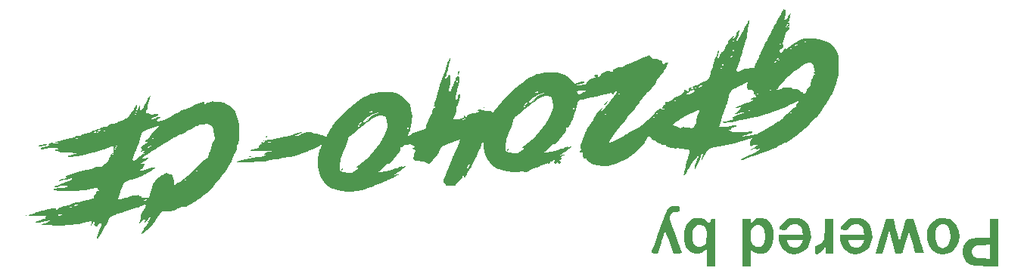
<source format=gto>
%TF.GenerationSoftware,KiCad,Pcbnew,7.0.10*%
%TF.CreationDate,2024-03-17T11:32:21-04:00*%
%TF.ProjectId,Bottom pannel,426f7474-6f6d-4207-9061-6e6e656c2e6b,rev?*%
%TF.SameCoordinates,Original*%
%TF.FileFunction,Legend,Top*%
%TF.FilePolarity,Positive*%
%FSLAX46Y46*%
G04 Gerber Fmt 4.6, Leading zero omitted, Abs format (unit mm)*
G04 Created by KiCad (PCBNEW 7.0.10) date 2024-03-17 11:32:21*
%MOMM*%
%LPD*%
G01*
G04 APERTURE LIST*
%ADD10C,0.300000*%
G04 APERTURE END LIST*
D10*
X161864527Y-86138924D02*
X161721670Y-86067495D01*
X161721670Y-86067495D02*
X161507384Y-86067495D01*
X161507384Y-86067495D02*
X161293098Y-86138924D01*
X161293098Y-86138924D02*
X161150241Y-86281781D01*
X161150241Y-86281781D02*
X161078812Y-86424638D01*
X161078812Y-86424638D02*
X161007384Y-86710352D01*
X161007384Y-86710352D02*
X161007384Y-86924638D01*
X161007384Y-86924638D02*
X161078812Y-87210352D01*
X161078812Y-87210352D02*
X161150241Y-87353209D01*
X161150241Y-87353209D02*
X161293098Y-87496067D01*
X161293098Y-87496067D02*
X161507384Y-87567495D01*
X161507384Y-87567495D02*
X161650241Y-87567495D01*
X161650241Y-87567495D02*
X161864527Y-87496067D01*
X161864527Y-87496067D02*
X161935955Y-87424638D01*
X161935955Y-87424638D02*
X161935955Y-86924638D01*
X161935955Y-86924638D02*
X161650241Y-86924638D01*
X162793098Y-86067495D02*
X162793098Y-86424638D01*
X162435955Y-86281781D02*
X162793098Y-86424638D01*
X162793098Y-86424638D02*
X163150241Y-86281781D01*
X162578812Y-86710352D02*
X162793098Y-86424638D01*
X162793098Y-86424638D02*
X163007384Y-86710352D01*
X163935955Y-86067495D02*
X163935955Y-86424638D01*
X163578812Y-86281781D02*
X163935955Y-86424638D01*
X163935955Y-86424638D02*
X164293098Y-86281781D01*
X163721669Y-86710352D02*
X163935955Y-86424638D01*
X163935955Y-86424638D02*
X164150241Y-86710352D01*
X165078812Y-86067495D02*
X165078812Y-86424638D01*
X164721669Y-86281781D02*
X165078812Y-86424638D01*
X165078812Y-86424638D02*
X165435955Y-86281781D01*
X164864526Y-86710352D02*
X165078812Y-86424638D01*
X165078812Y-86424638D02*
X165293098Y-86710352D01*
%TO.C,G\u002A\u002A\u002A*%
G36*
X132282622Y-84222167D02*
G01*
X132240289Y-84264501D01*
X132197955Y-84222167D01*
X132240289Y-84179834D01*
X132282622Y-84222167D01*
G37*
G36*
X190179646Y-74220146D02*
G01*
X190166400Y-74245612D01*
X190065920Y-74255745D01*
X190053511Y-74245612D01*
X190065133Y-74195278D01*
X190109955Y-74189167D01*
X190179646Y-74220146D01*
G37*
G36*
X186454312Y-79638812D02*
G01*
X186441067Y-79664279D01*
X186340587Y-79674412D01*
X186328178Y-79664279D01*
X186339800Y-79613944D01*
X186384622Y-79607834D01*
X186454312Y-79638812D01*
G37*
G36*
X186115646Y-79723479D02*
G01*
X186102400Y-79748945D01*
X186001920Y-79759078D01*
X185989511Y-79748945D01*
X186001133Y-79698611D01*
X186045955Y-79692501D01*
X186115646Y-79723479D01*
G37*
G36*
X184168312Y-81840146D02*
G01*
X184155067Y-81865612D01*
X184054587Y-81875745D01*
X184042178Y-81865612D01*
X184053800Y-81815278D01*
X184098622Y-81809167D01*
X184168312Y-81840146D01*
G37*
G36*
X156914512Y-80494345D02*
G01*
X156920622Y-80539167D01*
X156889644Y-80608858D01*
X156864178Y-80595612D01*
X156854045Y-80495132D01*
X156864178Y-80482723D01*
X156914512Y-80494345D01*
G37*
G36*
X132168353Y-85731196D02*
G01*
X132129164Y-85761671D01*
X131996840Y-85771765D01*
X131966886Y-85754987D01*
X131992137Y-85716505D01*
X132078011Y-85710518D01*
X132168353Y-85731196D01*
G37*
G36*
X109068979Y-85565479D02*
G01*
X109055733Y-85590945D01*
X108955254Y-85601078D01*
X108942844Y-85590945D01*
X108954467Y-85540611D01*
X108999289Y-85534501D01*
X109068979Y-85565479D01*
G37*
G36*
X105691179Y-92601679D02*
G01*
X105697289Y-92646501D01*
X105666311Y-92716191D01*
X105640844Y-92702945D01*
X105630711Y-92602466D01*
X105640844Y-92590056D01*
X105691179Y-92601679D01*
G37*
G36*
X162479518Y-79575037D02*
G01*
X162466289Y-79607834D01*
X162390207Y-79688605D01*
X162376625Y-79692501D01*
X162340260Y-79626995D01*
X162339289Y-79607834D01*
X162404377Y-79526421D01*
X162428952Y-79523167D01*
X162479518Y-79575037D01*
G37*
G36*
X159617772Y-85172695D02*
G01*
X159629955Y-85233171D01*
X159585751Y-85349013D01*
X159545289Y-85365167D01*
X159463046Y-85304400D01*
X159460622Y-85285498D01*
X159522166Y-85170830D01*
X159545289Y-85153501D01*
X159617772Y-85172695D01*
G37*
G36*
X143937518Y-81776371D02*
G01*
X143924289Y-81809167D01*
X143848207Y-81889938D01*
X143834625Y-81893834D01*
X143798260Y-81828328D01*
X143797289Y-81809167D01*
X143862377Y-81727754D01*
X143886952Y-81724501D01*
X143937518Y-81776371D01*
G37*
G36*
X141075772Y-87374028D02*
G01*
X141087955Y-87434504D01*
X141043751Y-87550346D01*
X141003289Y-87566501D01*
X140921046Y-87505733D01*
X140918622Y-87486831D01*
X140980166Y-87372164D01*
X141003289Y-87354834D01*
X141075772Y-87374028D01*
G37*
G36*
X132618829Y-83736263D02*
G01*
X132621289Y-83756501D01*
X132556860Y-83838707D01*
X132536622Y-83841167D01*
X132454416Y-83776738D01*
X132451955Y-83756501D01*
X132516385Y-83674294D01*
X132536622Y-83671834D01*
X132618829Y-83736263D01*
G37*
G36*
X132110829Y-84413597D02*
G01*
X132113289Y-84433834D01*
X132048860Y-84516041D01*
X132028622Y-84518501D01*
X131946416Y-84454072D01*
X131943955Y-84433834D01*
X132008385Y-84351628D01*
X132028622Y-84349167D01*
X132110829Y-84413597D01*
G37*
G36*
X119386726Y-93209191D02*
G01*
X119370955Y-93239167D01*
X119291181Y-93320024D01*
X119276295Y-93323834D01*
X119270519Y-93269144D01*
X119286289Y-93239167D01*
X119366063Y-93158311D01*
X119380949Y-93154501D01*
X119386726Y-93209191D01*
G37*
G36*
X154147109Y-76424997D02*
G01*
X154151020Y-76581325D01*
X154147344Y-76602167D01*
X154091406Y-76761144D01*
X154032085Y-76813834D01*
X153961552Y-76748616D01*
X153995970Y-76559013D01*
X154008681Y-76524426D01*
X154088426Y-76399731D01*
X154147109Y-76424997D01*
G37*
G36*
X130905566Y-85972590D02*
G01*
X130871774Y-86023297D01*
X130843289Y-86042501D01*
X130685950Y-86112307D01*
X130566012Y-86117845D01*
X130538377Y-86059117D01*
X130546955Y-86042501D01*
X130664890Y-85974865D01*
X130784786Y-85959131D01*
X130905566Y-85972590D01*
G37*
G36*
X170754221Y-79830997D02*
G01*
X170668295Y-79964787D01*
X170630214Y-80010001D01*
X170490113Y-80171714D01*
X170408880Y-80270736D01*
X170403789Y-80278112D01*
X170340038Y-80270793D01*
X170339103Y-80269871D01*
X170353009Y-80180922D01*
X170448306Y-80034391D01*
X170579950Y-79885335D01*
X170702898Y-79788811D01*
X170742193Y-79777167D01*
X170754221Y-79830997D01*
G37*
G36*
X108001637Y-84655879D02*
G01*
X108018605Y-84676480D01*
X107967161Y-84722585D01*
X107799479Y-84776419D01*
X107567734Y-84828081D01*
X107324102Y-84867670D01*
X107120757Y-84885286D01*
X107009876Y-84871028D01*
X107006816Y-84868473D01*
X107055982Y-84827766D01*
X107217442Y-84765461D01*
X107438374Y-84697521D01*
X107665956Y-84639905D01*
X107847367Y-84608575D01*
X107872459Y-84606904D01*
X108001637Y-84655879D01*
G37*
G36*
X195951955Y-94932501D02*
G01*
X195951955Y-96879834D01*
X195528622Y-96879834D01*
X195105289Y-96879834D01*
X195104972Y-96477667D01*
X195104656Y-96075501D01*
X194945189Y-96337011D01*
X194715278Y-96630961D01*
X194446376Y-96849976D01*
X194185016Y-96958660D01*
X194120204Y-96964501D01*
X194004476Y-96950414D01*
X193944741Y-96880390D01*
X193922720Y-96712785D01*
X193919955Y-96508257D01*
X193925027Y-96244356D01*
X193957680Y-96102674D01*
X194044071Y-96036103D01*
X194202748Y-95998961D01*
X194538204Y-95853801D01*
X194806562Y-95572335D01*
X194930316Y-95329156D01*
X194965435Y-95153119D01*
X194994178Y-94850365D01*
X195013566Y-94463478D01*
X195020622Y-94037989D01*
X195020622Y-92985167D01*
X195486289Y-92985167D01*
X195951955Y-92985167D01*
X195951955Y-94932501D01*
G37*
G36*
X214409289Y-98319167D02*
G01*
X213051903Y-98319167D01*
X212391677Y-98310316D01*
X211875440Y-98277881D01*
X211478491Y-98213042D01*
X211176130Y-98106978D01*
X210943656Y-97950868D01*
X210756370Y-97735891D01*
X210589572Y-97453226D01*
X210581153Y-97436818D01*
X210452682Y-97016225D01*
X210450710Y-96859299D01*
X211471889Y-96859299D01*
X211630042Y-97168558D01*
X211646507Y-97188214D01*
X211751370Y-97297186D01*
X211866273Y-97368009D01*
X212031217Y-97411265D01*
X212286201Y-97437539D01*
X212662507Y-97457034D01*
X213477955Y-97492699D01*
X213477955Y-96712427D01*
X213477955Y-95932155D01*
X212666192Y-95961495D01*
X212285834Y-95978243D01*
X212034565Y-96002400D01*
X211872168Y-96044532D01*
X211758428Y-96115203D01*
X211653130Y-96224976D01*
X211650192Y-96228389D01*
X211478637Y-96537832D01*
X211471889Y-96859299D01*
X210450710Y-96859299D01*
X210446751Y-96544365D01*
X210558805Y-96081864D01*
X210704384Y-95797081D01*
X210936434Y-95513721D01*
X211217405Y-95313608D01*
X211577044Y-95185678D01*
X212045098Y-95118864D01*
X212573353Y-95101834D01*
X213477955Y-95101834D01*
X213477955Y-94043501D01*
X213477955Y-92985167D01*
X213943622Y-92985167D01*
X214409289Y-92985167D01*
X214409289Y-95652167D01*
X214409289Y-97492699D01*
X214409289Y-98319167D01*
G37*
G36*
X210072118Y-94990105D02*
G01*
X209999455Y-95546388D01*
X209796684Y-96051211D01*
X209529049Y-96409243D01*
X209137134Y-96733943D01*
X208715058Y-96911884D01*
X208228622Y-96964501D01*
X207691661Y-96888737D01*
X207232575Y-96671342D01*
X206864521Y-96327163D01*
X206600655Y-95871048D01*
X206454135Y-95317843D01*
X206435726Y-95046484D01*
X207393624Y-95046484D01*
X207396619Y-95106859D01*
X207472558Y-95585266D01*
X207632095Y-95949823D01*
X207862815Y-96187296D01*
X208152301Y-96284453D01*
X208458836Y-96238894D01*
X208758708Y-96049020D01*
X208959218Y-95724454D01*
X209061067Y-95263741D01*
X209075289Y-94958109D01*
X209044083Y-94458340D01*
X208943548Y-94088016D01*
X208763304Y-93817843D01*
X208631272Y-93704782D01*
X208375419Y-93612569D01*
X208069016Y-93626674D01*
X207786934Y-93739649D01*
X207713308Y-93796120D01*
X207520412Y-94080476D01*
X207412921Y-94501109D01*
X207393624Y-95046484D01*
X206435726Y-95046484D01*
X206427993Y-94932501D01*
X206495843Y-94314030D01*
X206697025Y-93793724D01*
X207027990Y-93377733D01*
X207485185Y-93072203D01*
X207508955Y-93061017D01*
X207925242Y-92939981D01*
X208396001Y-92913151D01*
X208840453Y-92981973D01*
X208988103Y-93034568D01*
X209299923Y-93201340D01*
X209534205Y-93416514D01*
X209740534Y-93730080D01*
X209811424Y-93864626D01*
X210010750Y-94417729D01*
X210068688Y-94958109D01*
X210072118Y-94990105D01*
G37*
G36*
X189320316Y-95162795D02*
G01*
X189221031Y-95695596D01*
X189030347Y-96174931D01*
X188762705Y-96564797D01*
X188432546Y-96829192D01*
X188422496Y-96834463D01*
X188042421Y-96951495D01*
X187634286Y-96948705D01*
X187249819Y-96836380D01*
X186940751Y-96624808D01*
X186855428Y-96522812D01*
X186799392Y-96454148D01*
X186761877Y-96453036D01*
X186739204Y-96541870D01*
X186727689Y-96743041D01*
X186723654Y-97078943D01*
X186723289Y-97326662D01*
X186723289Y-98319167D01*
X186257622Y-98319167D01*
X185791955Y-98319167D01*
X185791955Y-95652167D01*
X185791955Y-95083923D01*
X186735612Y-95083923D01*
X186739849Y-95163708D01*
X186768607Y-95477948D01*
X186820445Y-95681644D01*
X186918036Y-95833585D01*
X187046848Y-95959666D01*
X187309838Y-96146056D01*
X187561389Y-96194421D01*
X187864872Y-96118373D01*
X188087644Y-95944791D01*
X188241160Y-95626397D01*
X188321010Y-95174803D01*
X188331955Y-94888682D01*
X188287817Y-94375358D01*
X188156088Y-94004248D01*
X187937801Y-93776730D01*
X187633985Y-93694182D01*
X187448511Y-93708002D01*
X187211713Y-93784892D01*
X187049532Y-93885411D01*
X186862675Y-94161658D01*
X186756315Y-94568261D01*
X186735612Y-95083923D01*
X185791955Y-95083923D01*
X185791955Y-92985167D01*
X186257622Y-92985167D01*
X186723289Y-92985167D01*
X186723289Y-93280257D01*
X186723289Y-93575347D01*
X187005673Y-93267213D01*
X187202040Y-93078162D01*
X187392322Y-92978582D01*
X187653695Y-92932828D01*
X187746506Y-92925077D01*
X188083870Y-92922585D01*
X188330523Y-92983848D01*
X188458955Y-93052999D01*
X188832064Y-93364104D01*
X189094120Y-93761922D01*
X189259037Y-94271838D01*
X189313761Y-94612530D01*
X189317051Y-94888682D01*
X189320316Y-95162795D01*
G37*
G36*
X178487439Y-91556422D02*
G01*
X178665039Y-91583375D01*
X178708178Y-91602279D01*
X178746921Y-91718471D01*
X178764524Y-91924181D01*
X178764622Y-91940945D01*
X178752282Y-92125317D01*
X178681878Y-92204580D01*
X178503339Y-92222920D01*
X178444794Y-92223167D01*
X178081094Y-92285696D01*
X177830825Y-92469625D01*
X177701618Y-92768620D01*
X177694495Y-92893677D01*
X177717726Y-93066058D01*
X177777335Y-93306105D01*
X177879344Y-93634161D01*
X178029775Y-94070567D01*
X178234652Y-94635665D01*
X178333837Y-94904020D01*
X178528379Y-95431020D01*
X178701445Y-95904985D01*
X178844789Y-96302909D01*
X178950166Y-96601784D01*
X179009329Y-96778603D01*
X179019221Y-96816334D01*
X178942386Y-96851468D01*
X178745248Y-96874529D01*
X178563640Y-96879834D01*
X178108658Y-96879834D01*
X177662076Y-95654936D01*
X177505281Y-95236452D01*
X177365143Y-94884029D01*
X177252767Y-94623938D01*
X177179258Y-94482455D01*
X177159111Y-94464884D01*
X177115429Y-94554004D01*
X177033127Y-94775817D01*
X176922423Y-95100880D01*
X176793534Y-95499746D01*
X176734084Y-95689783D01*
X176365440Y-96879834D01*
X175989640Y-96879834D01*
X175745131Y-96863393D01*
X175650941Y-96810690D01*
X175653225Y-96774001D01*
X175690180Y-96669268D01*
X175775079Y-96425799D01*
X175900525Y-96064891D01*
X176059125Y-95607843D01*
X176243482Y-95075954D01*
X176446201Y-94490523D01*
X176483701Y-94382167D01*
X176745974Y-93630753D01*
X176965213Y-93024747D01*
X177151010Y-92548607D01*
X177312953Y-92186795D01*
X177460635Y-91923768D01*
X177603645Y-91743985D01*
X177751574Y-91631907D01*
X177914013Y-91571992D01*
X178100551Y-91548700D01*
X178234044Y-91545834D01*
X178487439Y-91556422D01*
G37*
G36*
X182743955Y-95652167D02*
G01*
X182743955Y-98319167D01*
X182278289Y-98319167D01*
X181812622Y-98319167D01*
X181812622Y-97336547D01*
X181812622Y-96353926D01*
X181571516Y-96612031D01*
X181241230Y-96853899D01*
X180858595Y-96957291D01*
X180457094Y-96929696D01*
X180070213Y-96778605D01*
X179731438Y-96511505D01*
X179478071Y-96143780D01*
X179377553Y-95832583D01*
X179310650Y-95416664D01*
X179301923Y-95281078D01*
X180223311Y-95281078D01*
X180306564Y-95688864D01*
X180478037Y-95966372D01*
X180630136Y-96076973D01*
X180932941Y-96187152D01*
X181192238Y-96158598D01*
X181461420Y-95983801D01*
X181493786Y-95955447D01*
X181630029Y-95824425D01*
X181713862Y-95699316D01*
X181760023Y-95533443D01*
X181783249Y-95280134D01*
X181794545Y-95002947D01*
X181792112Y-94532379D01*
X181740450Y-94196168D01*
X181629522Y-93963938D01*
X181449292Y-93805313D01*
X181387620Y-93771251D01*
X181069134Y-93672411D01*
X180779970Y-93728819D01*
X180533858Y-93899668D01*
X180390593Y-94044323D01*
X180304863Y-94195125D01*
X180256619Y-94406374D01*
X180225812Y-94732366D01*
X180225669Y-94734356D01*
X180223311Y-95281078D01*
X179301923Y-95281078D01*
X179281127Y-94957983D01*
X179292754Y-94518502D01*
X179349298Y-94160180D01*
X179355994Y-94136475D01*
X179558925Y-93683763D01*
X179864759Y-93291227D01*
X180150262Y-93062942D01*
X180486458Y-92937754D01*
X180887354Y-92902241D01*
X181277330Y-92956765D01*
X181516289Y-93056430D01*
X181726346Y-93204680D01*
X181883107Y-93348411D01*
X181886489Y-93352446D01*
X182021822Y-93475054D01*
X182123010Y-93447314D01*
X182215673Y-93260608D01*
X182223269Y-93239167D01*
X182329003Y-93049027D01*
X182492978Y-92986200D01*
X182527885Y-92985167D01*
X182743955Y-92985167D01*
X182743955Y-95002947D01*
X182743955Y-95652167D01*
G37*
G36*
X200233158Y-95662450D02*
G01*
X200027903Y-96122295D01*
X199716178Y-96509487D01*
X199309142Y-96788945D01*
X198893923Y-96920547D01*
X198424877Y-96962194D01*
X197979026Y-96910790D01*
X197790736Y-96850012D01*
X197400911Y-96599976D01*
X197078136Y-96224842D01*
X196845291Y-95762985D01*
X196749503Y-95355834D01*
X197626932Y-95355834D01*
X197684720Y-95588667D01*
X197842040Y-95919027D01*
X198101383Y-96147513D01*
X198423027Y-96255176D01*
X198767253Y-96223067D01*
X198899634Y-96168263D01*
X199108823Y-96043642D01*
X199230210Y-95904769D01*
X199316696Y-95684139D01*
X199339413Y-95607077D01*
X199411468Y-95355834D01*
X198519200Y-95355834D01*
X197626932Y-95355834D01*
X196749503Y-95355834D01*
X196725257Y-95252777D01*
X196713955Y-95044134D01*
X196713955Y-94763167D01*
X198072459Y-94763167D01*
X199430962Y-94763167D01*
X199373648Y-94445667D01*
X199315608Y-94195016D01*
X199248817Y-93998570D01*
X199240301Y-93980877D01*
X199057969Y-93786987D01*
X198775701Y-93650332D01*
X198460295Y-93598578D01*
X198339709Y-93607863D01*
X198084011Y-93693768D01*
X197849482Y-93844122D01*
X197687753Y-94019145D01*
X197645289Y-94142926D01*
X197572375Y-94214324D01*
X197394150Y-94250516D01*
X197171386Y-94249310D01*
X196964856Y-94208512D01*
X196883289Y-94170432D01*
X196814027Y-94098946D01*
X196824807Y-93990049D01*
X196922135Y-93794243D01*
X196935985Y-93769561D01*
X197119347Y-93522646D01*
X197368556Y-93277646D01*
X197468800Y-93199396D01*
X197707606Y-93051813D01*
X197945980Y-92969337D01*
X198256306Y-92930247D01*
X198389771Y-92923037D01*
X198896081Y-92938061D01*
X199253351Y-93030867D01*
X199677715Y-93306681D01*
X199998238Y-93686970D01*
X200214482Y-94142212D01*
X200326009Y-94642887D01*
X200332380Y-95159474D01*
X200293644Y-95355834D01*
X200233158Y-95662450D01*
G37*
G36*
X193375158Y-95662450D02*
G01*
X193169903Y-96122295D01*
X192858178Y-96509487D01*
X192451142Y-96788945D01*
X192035923Y-96920547D01*
X191566877Y-96962194D01*
X191121026Y-96910790D01*
X190932736Y-96850012D01*
X190542911Y-96599976D01*
X190220136Y-96224842D01*
X189987291Y-95762985D01*
X189891503Y-95355834D01*
X190768932Y-95355834D01*
X190826720Y-95588667D01*
X190984040Y-95919027D01*
X191243383Y-96147513D01*
X191565027Y-96255176D01*
X191909253Y-96223067D01*
X192041634Y-96168263D01*
X192250823Y-96043642D01*
X192372210Y-95904769D01*
X192458696Y-95684139D01*
X192481413Y-95607077D01*
X192553468Y-95355834D01*
X191661200Y-95355834D01*
X190768932Y-95355834D01*
X189891503Y-95355834D01*
X189867257Y-95252777D01*
X189855955Y-95044134D01*
X189855955Y-94763167D01*
X191214459Y-94763167D01*
X192572962Y-94763167D01*
X192515648Y-94445667D01*
X192457608Y-94195016D01*
X192390817Y-93998570D01*
X192382301Y-93980877D01*
X192199969Y-93786987D01*
X191917701Y-93650332D01*
X191602295Y-93598578D01*
X191481709Y-93607863D01*
X191226011Y-93693768D01*
X190991482Y-93844122D01*
X190829753Y-94019145D01*
X190787289Y-94142926D01*
X190714375Y-94214324D01*
X190536150Y-94250516D01*
X190313386Y-94249310D01*
X190106856Y-94208512D01*
X190025289Y-94170432D01*
X189956027Y-94098946D01*
X189966807Y-93990049D01*
X190064135Y-93794243D01*
X190077985Y-93769561D01*
X190261347Y-93522646D01*
X190510556Y-93277646D01*
X190610800Y-93199396D01*
X190849606Y-93051813D01*
X191087980Y-92969337D01*
X191398306Y-92930247D01*
X191531771Y-92923037D01*
X192038081Y-92938061D01*
X192395351Y-93030867D01*
X192819715Y-93306681D01*
X193140238Y-93686970D01*
X193356482Y-94142212D01*
X193468009Y-94642887D01*
X193474380Y-95159474D01*
X193435644Y-95355834D01*
X193375158Y-95662450D01*
G37*
G36*
X203030246Y-94294060D02*
G01*
X203140959Y-94734676D01*
X203238813Y-95108549D01*
X203316459Y-95388815D01*
X203366547Y-95548616D01*
X203380788Y-95575224D01*
X203413969Y-95481880D01*
X203486155Y-95233731D01*
X203594784Y-94840127D01*
X203737295Y-94310414D01*
X203911127Y-93653942D01*
X204003339Y-93302667D01*
X204061635Y-93113414D01*
X204141842Y-93019914D01*
X204297073Y-92988413D01*
X204502911Y-92985167D01*
X204919340Y-92985167D01*
X205268204Y-94107001D01*
X205424115Y-94607444D01*
X205589126Y-95135563D01*
X205743332Y-95627741D01*
X205864511Y-96013013D01*
X205970348Y-96352826D01*
X206053587Y-96628461D01*
X206103086Y-96802562D01*
X206111955Y-96842738D01*
X206035435Y-96863308D01*
X205837529Y-96869345D01*
X205633430Y-96862893D01*
X205154905Y-96837501D01*
X204838126Y-95757926D01*
X204715319Y-95343658D01*
X204604975Y-94979252D01*
X204518037Y-94700304D01*
X204465446Y-94542409D01*
X204460747Y-94530259D01*
X204416137Y-94544726D01*
X204338829Y-94716830D01*
X204231333Y-95038577D01*
X204096159Y-95501973D01*
X203935817Y-96099021D01*
X203796230Y-96647001D01*
X203745573Y-96787338D01*
X203651929Y-96856057D01*
X203464496Y-96878292D01*
X203325618Y-96879834D01*
X202913173Y-96879834D01*
X202738560Y-96223667D01*
X202625560Y-95793087D01*
X202502871Y-95316523D01*
X202405913Y-94932501D01*
X202247878Y-94297501D01*
X202068173Y-94890167D01*
X201953554Y-95275567D01*
X201821727Y-95729759D01*
X201700117Y-96158190D01*
X201693655Y-96181334D01*
X201498841Y-96879834D01*
X201108343Y-96879834D01*
X200717845Y-96879834D01*
X201089187Y-95631001D01*
X201239819Y-95125374D01*
X201393852Y-94609974D01*
X201535497Y-94137521D01*
X201648969Y-93760737D01*
X201672297Y-93683667D01*
X201884065Y-92985167D01*
X202295748Y-92985167D01*
X202707431Y-92985167D01*
X203030246Y-94294060D01*
G37*
G36*
X129549263Y-82963688D02*
G01*
X129535685Y-83528075D01*
X129525942Y-83629501D01*
X129483305Y-84073381D01*
X129394131Y-84538811D01*
X129365624Y-84637790D01*
X129289052Y-84912828D01*
X129241873Y-85144127D01*
X129234622Y-85222465D01*
X129185315Y-85399264D01*
X129063965Y-85616205D01*
X129037019Y-85653509D01*
X128890854Y-85900115D01*
X128884236Y-85915501D01*
X128758003Y-86208963D01*
X128743192Y-86254167D01*
X128720527Y-86323341D01*
X128620076Y-86598183D01*
X128502660Y-86824487D01*
X128452463Y-86891301D01*
X128340155Y-87027329D01*
X128338582Y-87030279D01*
X128303289Y-87096471D01*
X128255964Y-87196772D01*
X128209778Y-87270167D01*
X128130873Y-87395558D01*
X128011042Y-87572013D01*
X127953340Y-87656981D01*
X127748692Y-87945190D01*
X127736468Y-87961720D01*
X127542254Y-88224336D01*
X127482869Y-88300387D01*
X127359351Y-88458571D01*
X127253503Y-88582501D01*
X127248725Y-88588013D01*
X127053485Y-88813260D01*
X126813321Y-89108699D01*
X126630888Y-89344501D01*
X126368134Y-89673746D01*
X126137299Y-89924959D01*
X126117095Y-89942152D01*
X125961380Y-90074662D01*
X125884448Y-90106501D01*
X125803356Y-90157433D01*
X125625472Y-90293701D01*
X125382632Y-90490512D01*
X125259323Y-90593334D01*
X125067267Y-90741501D01*
X124962584Y-90822262D01*
X124936279Y-90842556D01*
X124570792Y-91088888D01*
X124444417Y-91164834D01*
X124195234Y-91314582D01*
X124038091Y-91397906D01*
X123841978Y-91501893D01*
X123543397Y-91633072D01*
X123331864Y-91690373D01*
X123267477Y-91685262D01*
X123111178Y-91687292D01*
X122884491Y-91749176D01*
X122662425Y-91843970D01*
X122519987Y-91944727D01*
X122511174Y-91956949D01*
X122374944Y-92042034D01*
X122104340Y-92106924D01*
X121733728Y-92145610D01*
X121386220Y-92153635D01*
X120861484Y-92148649D01*
X120399839Y-92842075D01*
X120119367Y-93246563D01*
X119843040Y-93615254D01*
X119589640Y-93925979D01*
X119377950Y-94156573D01*
X119226752Y-94284870D01*
X119164087Y-94300466D01*
X119069026Y-94328239D01*
X118922385Y-94449159D01*
X118902837Y-94469444D01*
X118735501Y-94613025D01*
X118595522Y-94678153D01*
X118588365Y-94678501D01*
X118578779Y-94615231D01*
X118664320Y-94437895D01*
X118835022Y-94165201D01*
X118953769Y-93992445D01*
X119161593Y-93685541D01*
X119327031Y-93418508D01*
X119427833Y-93228505D01*
X119448033Y-93166945D01*
X119496712Y-92987740D01*
X119569914Y-92829749D01*
X119655168Y-92656979D01*
X119650056Y-92611653D01*
X119566195Y-92686036D01*
X119415199Y-92872391D01*
X119328622Y-92990469D01*
X119162953Y-93210436D01*
X119033396Y-93361385D01*
X118976715Y-93406598D01*
X118949229Y-93341605D01*
X118983329Y-93176560D01*
X119064810Y-92962833D01*
X119140075Y-92815834D01*
X119262363Y-92604167D01*
X119082085Y-92815834D01*
X118843562Y-93083652D01*
X118621732Y-93311486D01*
X118444791Y-93472359D01*
X118340939Y-93539291D01*
X118328281Y-93537048D01*
X118336500Y-93444256D01*
X118404230Y-93261433D01*
X118428845Y-93207586D01*
X118506897Y-92982472D01*
X118521273Y-92802805D01*
X118515286Y-92780572D01*
X118520412Y-92615661D01*
X118598059Y-92439582D01*
X118839481Y-92047680D01*
X118997575Y-91740277D01*
X119068044Y-91530257D01*
X119046588Y-91430503D01*
X118928910Y-91453900D01*
X118926455Y-91455219D01*
X118784188Y-91514098D01*
X118500659Y-91616068D01*
X118221619Y-91711470D01*
X118096410Y-91754278D01*
X118032342Y-91775565D01*
X117591981Y-91921877D01*
X117521264Y-91944898D01*
X117007913Y-92112014D01*
X116528291Y-92265501D01*
X116364746Y-92317838D01*
X115904860Y-92463029D01*
X115597406Y-92563109D01*
X115545666Y-92579951D01*
X115311089Y-92673780D01*
X115162979Y-92768126D01*
X115063187Y-92886594D01*
X114983129Y-93033403D01*
X114854218Y-93279182D01*
X114678848Y-93594433D01*
X114476004Y-93947261D01*
X114264672Y-94305772D01*
X114063836Y-94638071D01*
X113892482Y-94912262D01*
X113769594Y-95096450D01*
X113718647Y-95157749D01*
X113635651Y-95183329D01*
X113620889Y-95105386D01*
X113676660Y-94907613D01*
X113798753Y-94589729D01*
X113965125Y-94150603D01*
X114069693Y-93810386D01*
X114108308Y-93586018D01*
X114076819Y-93494436D01*
X114067394Y-93493167D01*
X114039130Y-93430054D01*
X114081738Y-93302667D01*
X114096480Y-93237372D01*
X114017853Y-93301185D01*
X113922154Y-93407645D01*
X113773673Y-93601059D01*
X113690755Y-93747988D01*
X113683893Y-93784797D01*
X113638635Y-93859381D01*
X113508881Y-93862395D01*
X113362451Y-93796255D01*
X113334407Y-93772349D01*
X113268146Y-93643436D01*
X113318731Y-93490473D01*
X113378413Y-93311990D01*
X113374970Y-93213307D01*
X113322339Y-93192477D01*
X113270401Y-93281501D01*
X113168948Y-93471836D01*
X113036545Y-93662501D01*
X112927607Y-93790163D01*
X112897582Y-93786035D01*
X112914351Y-93704834D01*
X112981290Y-93491028D01*
X113016589Y-93397286D01*
X113031880Y-93317363D01*
X112963878Y-93292167D01*
X112777722Y-93314928D01*
X112681871Y-93332286D01*
X112431546Y-93385961D01*
X112250972Y-93437167D01*
X112209750Y-93455082D01*
X112100892Y-93482902D01*
X111856122Y-93525711D01*
X111507672Y-93578453D01*
X111087773Y-93636070D01*
X110912003Y-93658719D01*
X110281993Y-93729602D01*
X109756386Y-93766144D01*
X109274311Y-93770856D01*
X108780068Y-93746621D01*
X108396377Y-93723100D01*
X108070994Y-93711025D01*
X107843699Y-93711397D01*
X107760281Y-93720902D01*
X107606469Y-93715342D01*
X107501598Y-93672160D01*
X107396350Y-93602887D01*
X107438458Y-93582274D01*
X107497604Y-93580409D01*
X107702438Y-93538958D01*
X107793938Y-93500835D01*
X107967631Y-93413514D01*
X108201584Y-93299935D01*
X108237289Y-93282906D01*
X108392986Y-93201206D01*
X108391186Y-93178781D01*
X108321955Y-93191728D01*
X107868468Y-93293253D01*
X107453155Y-93376946D01*
X107106894Y-93437457D01*
X106860559Y-93469440D01*
X106745025Y-93467544D01*
X106741977Y-93465411D01*
X106737518Y-93370535D01*
X106872578Y-93262668D01*
X107119672Y-93156805D01*
X107451317Y-93067944D01*
X107481606Y-93061836D01*
X107738030Y-93003937D01*
X107894864Y-92953528D01*
X107918820Y-92921360D01*
X107917773Y-92920995D01*
X107818450Y-92843892D01*
X107866601Y-92756259D01*
X108004455Y-92703085D01*
X107996802Y-92688991D01*
X107844277Y-92677836D01*
X107571329Y-92670533D01*
X107202406Y-92667993D01*
X107072463Y-92668316D01*
X106653183Y-92666610D01*
X106297264Y-92658352D01*
X106037717Y-92644811D01*
X105907552Y-92627257D01*
X105899750Y-92623185D01*
X105905811Y-92616329D01*
X109175678Y-92616329D01*
X109223442Y-92637007D01*
X109387232Y-92646443D01*
X109403514Y-92646501D01*
X109603976Y-92622137D01*
X109717915Y-92563513D01*
X109718168Y-92563109D01*
X109678001Y-92529869D01*
X109537502Y-92528093D01*
X109361395Y-92551431D01*
X109214407Y-92593533D01*
X109175678Y-92616329D01*
X105905811Y-92616329D01*
X105941999Y-92575394D01*
X106106434Y-92511612D01*
X106217909Y-92480555D01*
X106529320Y-92387458D01*
X106830585Y-92274876D01*
X106851860Y-92265501D01*
X113232622Y-92265501D01*
X113274955Y-92307834D01*
X113317289Y-92265501D01*
X113274955Y-92223167D01*
X113232622Y-92265501D01*
X106851860Y-92265501D01*
X106882622Y-92251945D01*
X107138683Y-92152844D01*
X107370204Y-92091829D01*
X107390622Y-92088827D01*
X107583101Y-92055462D01*
X107872655Y-91995501D01*
X108152622Y-91932124D01*
X108583778Y-91842041D01*
X108879984Y-91805915D01*
X109032485Y-91824215D01*
X109041622Y-91884501D01*
X109048335Y-91962520D01*
X109078959Y-91969167D01*
X109165298Y-91919525D01*
X109168622Y-91901226D01*
X109241659Y-91837171D01*
X109507289Y-91837171D01*
X109567426Y-91908783D01*
X109605037Y-91934919D01*
X109662974Y-91944898D01*
X109642374Y-91897583D01*
X109557123Y-91806689D01*
X109508113Y-91825335D01*
X109507289Y-91837171D01*
X109241659Y-91837171D01*
X109243560Y-91835504D01*
X109438313Y-91747237D01*
X109663794Y-91667837D01*
X110184622Y-91667837D01*
X110244759Y-91739450D01*
X110282371Y-91765586D01*
X110340308Y-91775565D01*
X110319707Y-91728249D01*
X110259237Y-91663776D01*
X110523289Y-91663776D01*
X110590083Y-91727855D01*
X110723083Y-91749495D01*
X110821216Y-91712555D01*
X110821907Y-91711470D01*
X110794036Y-91647670D01*
X110697619Y-91630501D01*
X110557115Y-91644137D01*
X110523289Y-91663776D01*
X110259237Y-91663776D01*
X110234457Y-91637356D01*
X110185446Y-91656001D01*
X110184622Y-91667837D01*
X109663794Y-91667837D01*
X109707788Y-91652345D01*
X109896131Y-91598444D01*
X110969499Y-91598444D01*
X110996542Y-91616200D01*
X111158289Y-91582325D01*
X111410374Y-91510812D01*
X111553354Y-91445101D01*
X111568443Y-91397906D01*
X111454622Y-91381768D01*
X111217291Y-91434035D01*
X111073622Y-91511777D01*
X110969499Y-91598444D01*
X109896131Y-91598444D01*
X110006891Y-91566746D01*
X110284293Y-91507382D01*
X110493903Y-91456033D01*
X110614879Y-91394939D01*
X110622960Y-91382931D01*
X110712061Y-91339196D01*
X110933989Y-91274639D01*
X111254859Y-91198104D01*
X111415537Y-91164834D01*
X112301289Y-91164834D01*
X112343622Y-91207167D01*
X112385955Y-91164834D01*
X112343622Y-91122501D01*
X112301289Y-91164834D01*
X111415537Y-91164834D01*
X111623955Y-91121679D01*
X111802397Y-91084073D01*
X119274120Y-91084073D01*
X119280331Y-91122501D01*
X119348330Y-91057598D01*
X119413289Y-90953167D01*
X119467791Y-90822262D01*
X119461580Y-90783834D01*
X119393581Y-90848737D01*
X119381287Y-90868501D01*
X119328622Y-90953167D01*
X119274120Y-91084073D01*
X111802397Y-91084073D01*
X112158779Y-91008967D01*
X112483201Y-90927182D01*
X118848016Y-90927182D01*
X118937034Y-90949990D01*
X119011122Y-90951871D01*
X119180065Y-90926258D01*
X119243955Y-90868501D01*
X119181276Y-90793436D01*
X119030511Y-90807471D01*
X118905289Y-90868501D01*
X118848016Y-90927182D01*
X112483201Y-90927182D01*
X112604743Y-90896542D01*
X112942068Y-90790599D01*
X112997987Y-90765633D01*
X115941955Y-90765633D01*
X116011026Y-90835500D01*
X116191457Y-90832412D01*
X116443079Y-90758995D01*
X116484693Y-90741501D01*
X116788622Y-90741501D01*
X116830955Y-90783834D01*
X116873289Y-90741501D01*
X116830955Y-90699167D01*
X116788622Y-90741501D01*
X116484693Y-90741501D01*
X116516620Y-90728079D01*
X116758939Y-90649946D01*
X116970566Y-90628820D01*
X116982287Y-90630194D01*
X117186047Y-90594157D01*
X117319078Y-90507378D01*
X117531888Y-90398395D01*
X117661050Y-90406240D01*
X117883911Y-90412300D01*
X118087932Y-90365452D01*
X118247005Y-90321712D01*
X118270550Y-90360073D01*
X118270131Y-90360757D01*
X118285326Y-90437458D01*
X118439701Y-90460507D01*
X118544103Y-90451798D01*
X118610707Y-90498830D01*
X118598388Y-90569175D01*
X118595611Y-90646243D01*
X118687333Y-90681215D01*
X118906849Y-90684075D01*
X118972942Y-90681503D01*
X119397691Y-90663022D01*
X119486765Y-90350224D01*
X119685209Y-90350224D01*
X119713549Y-90331975D01*
X119789618Y-90238485D01*
X119890191Y-90059641D01*
X119914605Y-89942152D01*
X119901047Y-89855797D01*
X119862110Y-89933725D01*
X119860830Y-89937167D01*
X119786231Y-90119920D01*
X119735844Y-90233501D01*
X119685209Y-90350224D01*
X119486765Y-90350224D01*
X119579399Y-90024928D01*
X119765889Y-89443382D01*
X119965530Y-88996169D01*
X119987819Y-88963501D01*
X120175289Y-88963501D01*
X120217622Y-89005834D01*
X120259955Y-88963501D01*
X120217622Y-88921167D01*
X120175289Y-88963501D01*
X119987819Y-88963501D01*
X120202634Y-88648660D01*
X120501514Y-88366222D01*
X120886482Y-88114225D01*
X120943084Y-88082468D01*
X121209274Y-87942818D01*
X121377297Y-87882506D01*
X121492616Y-87891181D01*
X121574537Y-87938675D01*
X121740768Y-88015534D01*
X121838186Y-88015887D01*
X121949286Y-88053116D01*
X122062101Y-88216960D01*
X122157858Y-88465943D01*
X122217787Y-88758592D01*
X122227404Y-88875848D01*
X122232989Y-88963501D01*
X122242069Y-89105998D01*
X122275993Y-89197659D01*
X122354500Y-89181568D01*
X122437271Y-89130571D01*
X122655560Y-88990721D01*
X122863455Y-88858620D01*
X123021677Y-88746322D01*
X123413381Y-88746322D01*
X123424962Y-88751834D01*
X123502227Y-88692231D01*
X123519622Y-88667167D01*
X123541197Y-88588013D01*
X123529616Y-88582501D01*
X123452350Y-88642104D01*
X123434955Y-88667167D01*
X123413381Y-88746322D01*
X123021677Y-88746322D01*
X123268777Y-88570943D01*
X123365091Y-88492288D01*
X123901265Y-88492288D01*
X123945110Y-88471264D01*
X124006455Y-88423967D01*
X124138085Y-88300387D01*
X124137513Y-88245224D01*
X124122656Y-88243834D01*
X124051981Y-88301693D01*
X123974489Y-88392001D01*
X123901265Y-88492288D01*
X123365091Y-88492288D01*
X123738016Y-88187737D01*
X123776067Y-88153621D01*
X124239932Y-88153621D01*
X124283776Y-88132597D01*
X124345122Y-88085301D01*
X124476752Y-87961720D01*
X124476179Y-87906558D01*
X124461322Y-87905167D01*
X124390648Y-87963027D01*
X124313156Y-88053334D01*
X124239932Y-88153621D01*
X123776067Y-88153621D01*
X124230227Y-87746426D01*
X124246758Y-87730322D01*
X124683381Y-87730322D01*
X124694962Y-87735834D01*
X124772227Y-87676231D01*
X124789622Y-87651167D01*
X124811197Y-87572013D01*
X124799616Y-87566501D01*
X124722350Y-87626104D01*
X124704955Y-87651167D01*
X124683381Y-87730322D01*
X124246758Y-87730322D01*
X124704462Y-87284438D01*
X124717774Y-87270167D01*
X125424622Y-87270167D01*
X125466955Y-87312501D01*
X125509289Y-87270167D01*
X125466955Y-87227834D01*
X125424622Y-87270167D01*
X124717774Y-87270167D01*
X124965293Y-87004812D01*
X125270265Y-87004812D01*
X125283511Y-87030279D01*
X125383991Y-87040412D01*
X125396400Y-87030279D01*
X125384778Y-86979944D01*
X125339955Y-86973834D01*
X125270265Y-87004812D01*
X124965293Y-87004812D01*
X125119776Y-86839198D01*
X125280505Y-86649401D01*
X125443787Y-86483769D01*
X125580928Y-86403251D01*
X125615490Y-86402983D01*
X125723581Y-86362983D01*
X125840748Y-86254167D01*
X126186622Y-86254167D01*
X126228955Y-86296501D01*
X126271289Y-86254167D01*
X126228955Y-86211834D01*
X126186622Y-86254167D01*
X125840748Y-86254167D01*
X125869057Y-86227876D01*
X126007000Y-86050540D01*
X126076262Y-85915501D01*
X126440622Y-85915501D01*
X126482955Y-85957834D01*
X126525289Y-85915501D01*
X126482955Y-85873167D01*
X126440622Y-85915501D01*
X126076262Y-85915501D01*
X126092493Y-85883855D01*
X126101955Y-85830288D01*
X126136537Y-85701894D01*
X126223888Y-85487330D01*
X126273505Y-85380574D01*
X126393742Y-85095236D01*
X126483658Y-84818159D01*
X126499334Y-84750837D01*
X126582409Y-84475687D01*
X126701768Y-84210918D01*
X126781839Y-84016819D01*
X126786057Y-83884065D01*
X126785668Y-83883501D01*
X127459215Y-83883501D01*
X127460516Y-83884065D01*
X127494153Y-83898646D01*
X127541289Y-83841167D01*
X127612933Y-83686819D01*
X127623363Y-83629501D01*
X127588425Y-83614356D01*
X127541289Y-83671834D01*
X127469645Y-83826183D01*
X127459215Y-83883501D01*
X126785668Y-83883501D01*
X126777912Y-83872251D01*
X126727102Y-83747008D01*
X126677246Y-83504780D01*
X126636967Y-83197739D01*
X126615221Y-82887839D01*
X126582810Y-82808010D01*
X127558700Y-82808010D01*
X127569882Y-82846334D01*
X127600785Y-82856970D01*
X127612587Y-82740501D01*
X127599282Y-82620305D01*
X127569882Y-82634667D01*
X127558700Y-82808010D01*
X126582810Y-82808010D01*
X126543289Y-82710670D01*
X126371044Y-82544878D01*
X126145234Y-82413199D01*
X125912605Y-82338368D01*
X125719901Y-82343121D01*
X125631590Y-82409438D01*
X125510260Y-82461980D01*
X125295770Y-82449406D01*
X125099616Y-82432197D01*
X124991646Y-82459765D01*
X124987966Y-82465653D01*
X124901756Y-82534279D01*
X124834879Y-82572520D01*
X124704461Y-82647095D01*
X124450955Y-82773791D01*
X124135365Y-82924486D01*
X123912643Y-83038335D01*
X123721708Y-83149021D01*
X123501483Y-83290228D01*
X123434955Y-83334072D01*
X123218882Y-83448430D01*
X123033624Y-83501695D01*
X123020986Y-83502184D01*
X122862994Y-83545097D01*
X122626130Y-83655210D01*
X122448214Y-83756501D01*
X122212183Y-83894869D01*
X122070174Y-83968167D01*
X122033448Y-83987123D01*
X121966775Y-84010501D01*
X121867043Y-84066543D01*
X121717715Y-84202686D01*
X121706019Y-84215004D01*
X121505898Y-84377107D01*
X121307657Y-84471270D01*
X121149161Y-84542215D01*
X120897946Y-84688719D01*
X120793225Y-84756985D01*
X120596917Y-84884955D01*
X120447852Y-84988856D01*
X120115881Y-85216891D01*
X119791960Y-85424880D01*
X119529604Y-85578942D01*
X119455622Y-85617048D01*
X119166945Y-85783766D01*
X118877763Y-85992557D01*
X118820622Y-86040860D01*
X118524289Y-86302302D01*
X118794266Y-86265272D01*
X119011192Y-86222843D01*
X119153993Y-86172774D01*
X119154100Y-86172708D01*
X119300773Y-86158727D01*
X119337189Y-86174796D01*
X119326897Y-86244963D01*
X119195819Y-86364940D01*
X118976011Y-86511638D01*
X118699526Y-86661970D01*
X118587789Y-86714563D01*
X118426592Y-86810771D01*
X118418270Y-86868813D01*
X118558655Y-86865588D01*
X118612849Y-86853422D01*
X118804887Y-86830152D01*
X118910527Y-86850071D01*
X118935316Y-86948747D01*
X118868711Y-87108630D01*
X118744866Y-87277296D01*
X118597937Y-87402327D01*
X118532225Y-87430695D01*
X118417674Y-87493555D01*
X118444617Y-87563029D01*
X118565682Y-87601167D01*
X118790762Y-87563955D01*
X119136322Y-87447593D01*
X119394995Y-87343776D01*
X119656594Y-87263237D01*
X119899792Y-87230623D01*
X119902995Y-87230651D01*
X120132955Y-87233468D01*
X119921289Y-87399955D01*
X119728882Y-87554109D01*
X119586427Y-87672304D01*
X119555746Y-87693501D01*
X119416205Y-87789909D01*
X119247760Y-87882407D01*
X119039289Y-87990106D01*
X118905289Y-88067538D01*
X118700970Y-88180786D01*
X118456896Y-88294297D01*
X118237017Y-88380427D01*
X118109114Y-88411715D01*
X117990901Y-88436231D01*
X117755342Y-88502897D01*
X117445386Y-88599273D01*
X117314768Y-88641844D01*
X116965475Y-88763852D01*
X116746705Y-88861972D01*
X116625337Y-88955832D01*
X116568248Y-89065063D01*
X116562260Y-89087797D01*
X116501150Y-89280076D01*
X116500031Y-89283597D01*
X116448058Y-89386834D01*
X116387094Y-89524251D01*
X116327873Y-89738065D01*
X116326802Y-89743039D01*
X116250667Y-89998215D01*
X116134998Y-90289074D01*
X116105359Y-90352782D01*
X116005610Y-90574864D01*
X115947779Y-90733861D01*
X115941955Y-90765633D01*
X112997987Y-90765633D01*
X113150974Y-90697330D01*
X113212121Y-90624489D01*
X113228961Y-90469353D01*
X113311996Y-90300863D01*
X113418541Y-90197658D01*
X113447337Y-90191167D01*
X113527970Y-90132156D01*
X113520526Y-90072732D01*
X113530006Y-89935800D01*
X113565517Y-89898401D01*
X113647129Y-89908761D01*
X113655955Y-89949104D01*
X113679011Y-90013002D01*
X113761081Y-89950575D01*
X113820999Y-89846515D01*
X113750234Y-89773775D01*
X113678951Y-89664083D01*
X113692439Y-89607967D01*
X113707344Y-89541624D01*
X113627949Y-89521287D01*
X113433057Y-89548059D01*
X113101474Y-89623043D01*
X113020955Y-89642910D01*
X112669405Y-89720708D01*
X112315200Y-89783985D01*
X112131955Y-89808379D01*
X111840425Y-89831005D01*
X111464858Y-89849643D01*
X111035853Y-89864002D01*
X110584008Y-89873788D01*
X110139924Y-89878707D01*
X109734199Y-89878466D01*
X109397432Y-89872772D01*
X109160223Y-89861332D01*
X109053170Y-89843852D01*
X109050635Y-89837917D01*
X109012569Y-89786491D01*
X108877286Y-89767834D01*
X108715796Y-89739462D01*
X108660622Y-89683167D01*
X108733734Y-89620878D01*
X108893455Y-89595870D01*
X109222709Y-89585194D01*
X109572176Y-89562908D01*
X109894887Y-89533338D01*
X110143876Y-89500814D01*
X110272176Y-89469661D01*
X110273835Y-89468691D01*
X110328099Y-89381254D01*
X110257328Y-89310987D01*
X110461553Y-89310987D01*
X110574870Y-89331198D01*
X110623830Y-89317671D01*
X110655901Y-89280076D01*
X110572678Y-89266518D01*
X110462864Y-89282085D01*
X110461553Y-89310987D01*
X110257328Y-89310987D01*
X110248572Y-89302293D01*
X110069523Y-89261010D01*
X110028743Y-89259834D01*
X109812763Y-89281240D01*
X109519238Y-89335788D01*
X109354107Y-89375028D01*
X109082147Y-89429830D01*
X108914101Y-89434507D01*
X108867467Y-89396994D01*
X108959746Y-89325227D01*
X109106198Y-89262598D01*
X109333943Y-89172888D01*
X109506115Y-89096223D01*
X109510068Y-89094204D01*
X109682332Y-89029384D01*
X109915509Y-88966821D01*
X109917454Y-88966393D01*
X110133259Y-88898371D01*
X110375216Y-88792782D01*
X110599527Y-88673384D01*
X110762394Y-88563932D01*
X110820021Y-88488183D01*
X110815292Y-88479393D01*
X110718677Y-88478399D01*
X110506916Y-88514627D01*
X110227130Y-88576886D01*
X109926436Y-88653985D01*
X109651956Y-88734732D01*
X109474569Y-88797829D01*
X109357765Y-88821336D01*
X109354476Y-88744606D01*
X109453580Y-88660876D01*
X109665296Y-88573919D01*
X109838130Y-88527124D01*
X110126814Y-88453920D01*
X110302735Y-88390703D01*
X110348504Y-88346045D01*
X110246730Y-88328518D01*
X110241067Y-88328501D01*
X110119621Y-88297138D01*
X110100218Y-88265001D01*
X110128270Y-88232394D01*
X110224420Y-88184900D01*
X110406997Y-88116122D01*
X110694331Y-88019669D01*
X111104752Y-87889144D01*
X111656589Y-87718155D01*
X111736813Y-87693501D01*
X112639955Y-87693501D01*
X112682289Y-87735834D01*
X112724622Y-87693501D01*
X112682289Y-87651167D01*
X112639955Y-87693501D01*
X111736813Y-87693501D01*
X111750955Y-87689155D01*
X112029312Y-87613100D01*
X112378538Y-87530032D01*
X112597622Y-87483411D01*
X112900332Y-87411081D01*
X113155232Y-87329785D01*
X113274955Y-87275023D01*
X113468079Y-87213723D01*
X113732128Y-87197347D01*
X113793384Y-87201411D01*
X114023052Y-87209659D01*
X114138455Y-87164713D01*
X114187771Y-87061241D01*
X114311915Y-86904878D01*
X114497782Y-86835102D01*
X114666055Y-86787725D01*
X114722324Y-86743016D01*
X114719730Y-86739387D01*
X114733173Y-86648903D01*
X114823933Y-86487455D01*
X114832297Y-86475391D01*
X114923403Y-86317667D01*
X117593655Y-86317667D01*
X117596118Y-86432909D01*
X117702733Y-86469666D01*
X117869563Y-86431574D01*
X118052673Y-86322271D01*
X118105027Y-86275334D01*
X118420693Y-85993975D01*
X118752701Y-85745091D01*
X118820622Y-85701032D01*
X118904959Y-85636590D01*
X118840445Y-85618615D01*
X118820622Y-85617889D01*
X118750676Y-85598309D01*
X118830587Y-85534357D01*
X118843570Y-85526723D01*
X118942774Y-85421861D01*
X118940997Y-85354448D01*
X118846380Y-85336465D01*
X118727031Y-85415577D01*
X118576960Y-85508276D01*
X118500096Y-85485356D01*
X118532701Y-85369293D01*
X118570280Y-85318427D01*
X118636531Y-85191718D01*
X118592665Y-85133630D01*
X119125343Y-85133630D01*
X119215012Y-85103052D01*
X119355555Y-85024369D01*
X119561349Y-84891370D01*
X119698686Y-84781378D01*
X119719211Y-84756985D01*
X119704614Y-84724978D01*
X119596494Y-84764959D01*
X119440009Y-84851744D01*
X119280313Y-84960147D01*
X119162563Y-85064984D01*
X119158618Y-85069642D01*
X119125343Y-85133630D01*
X118592665Y-85133630D01*
X118583649Y-85121691D01*
X118539803Y-85017347D01*
X118622504Y-84866893D01*
X118807019Y-84700293D01*
X119050526Y-84556065D01*
X119243976Y-84458195D01*
X119298370Y-84404397D01*
X119228692Y-84368414D01*
X119166702Y-84352460D01*
X118962448Y-84302700D01*
X119213726Y-84091263D01*
X119226902Y-84078816D01*
X119707382Y-84078816D01*
X119796947Y-84069319D01*
X119859200Y-84021007D01*
X119898914Y-83968167D01*
X120852622Y-83968167D01*
X120894955Y-84010501D01*
X120937289Y-83968167D01*
X120894955Y-83925834D01*
X120870970Y-83949819D01*
X120852622Y-83968167D01*
X119898914Y-83968167D01*
X119912704Y-83949819D01*
X119827867Y-83967584D01*
X119811804Y-83973611D01*
X119708126Y-84040683D01*
X119707382Y-84078816D01*
X119226902Y-84078816D01*
X119393830Y-83921119D01*
X119513890Y-83774299D01*
X119524745Y-83754664D01*
X119827955Y-83283018D01*
X120245990Y-82873542D01*
X120613024Y-82572520D01*
X120330656Y-82627861D01*
X120122123Y-82686077D01*
X120087193Y-82698167D01*
X119814668Y-82792494D01*
X119464442Y-82927290D01*
X119403761Y-82952167D01*
X119352701Y-82973100D01*
X119165918Y-83050945D01*
X118981470Y-83127817D01*
X118657114Y-83262998D01*
X118450328Y-83958297D01*
X118438941Y-83996583D01*
X118303879Y-84439044D01*
X118229498Y-84659612D01*
X118193010Y-84767815D01*
X118183641Y-84791343D01*
X118087424Y-85032961D01*
X117968217Y-85284550D01*
X117909841Y-85397643D01*
X117793135Y-85667840D01*
X117718247Y-85905643D01*
X117653415Y-86142318D01*
X117593655Y-86317667D01*
X114923403Y-86317667D01*
X114967513Y-86241302D01*
X115090463Y-85964882D01*
X115100804Y-85936667D01*
X115187564Y-85736171D01*
X115264853Y-85626290D01*
X115281631Y-85619167D01*
X115343889Y-85674352D01*
X115316724Y-85849910D01*
X115266718Y-85994656D01*
X115216589Y-86168072D01*
X115237205Y-86203026D01*
X115306979Y-86103001D01*
X115363722Y-85979001D01*
X115419230Y-85761233D01*
X115457644Y-85458193D01*
X115464594Y-85322834D01*
X115510246Y-85322834D01*
X115683768Y-85122954D01*
X115807755Y-84940332D01*
X115857289Y-84791343D01*
X115848079Y-84702103D01*
X115810288Y-84722381D01*
X115728670Y-84869656D01*
X115652202Y-85026501D01*
X115510246Y-85322834D01*
X115464594Y-85322834D01*
X115467459Y-85267036D01*
X115476289Y-84787904D01*
X115179955Y-84915740D01*
X114849794Y-85042758D01*
X114772606Y-85068834D01*
X114480213Y-85167612D01*
X114396706Y-85195823D01*
X114316064Y-85221005D01*
X113989971Y-85322834D01*
X113862687Y-85362581D01*
X113289733Y-85530675D01*
X112719838Y-85687752D01*
X112194997Y-85821455D01*
X111793289Y-85912121D01*
X111449643Y-85971317D01*
X111098082Y-86013238D01*
X110770083Y-86036938D01*
X110497124Y-86041474D01*
X110310682Y-86025902D01*
X110242236Y-85989278D01*
X110269289Y-85957834D01*
X110452608Y-85889798D01*
X110607955Y-85867957D01*
X110825563Y-85834861D01*
X111097280Y-85762769D01*
X111158289Y-85742551D01*
X111496955Y-85624948D01*
X111179455Y-85647390D01*
X110975764Y-85645997D01*
X110867377Y-85614480D01*
X110861955Y-85602473D01*
X110784760Y-85574342D01*
X110581647Y-85563708D01*
X110295328Y-85572634D01*
X110273030Y-85574061D01*
X109855392Y-85581546D01*
X109563766Y-85536379D01*
X109447530Y-85489609D01*
X109212149Y-85399236D01*
X109015459Y-85365689D01*
X108881045Y-85338205D01*
X108880258Y-85322834D01*
X109337955Y-85322834D01*
X109380289Y-85365167D01*
X109422622Y-85322834D01*
X109591955Y-85322834D01*
X109634289Y-85365167D01*
X109676622Y-85322834D01*
X109634289Y-85280501D01*
X109591955Y-85322834D01*
X109422622Y-85322834D01*
X109380289Y-85280501D01*
X109337955Y-85322834D01*
X108880258Y-85322834D01*
X108877980Y-85278337D01*
X108973845Y-85222508D01*
X109810427Y-85222508D01*
X109824789Y-85251907D01*
X109998131Y-85263090D01*
X110036455Y-85251907D01*
X110047092Y-85221005D01*
X109930622Y-85209203D01*
X109810427Y-85222508D01*
X108973845Y-85222508D01*
X108981083Y-85218293D01*
X109152452Y-85190467D01*
X109380289Y-85185101D01*
X109272795Y-85142146D01*
X110707599Y-85142146D01*
X110720844Y-85167612D01*
X110821324Y-85177745D01*
X110833733Y-85167612D01*
X110822111Y-85117278D01*
X110777289Y-85111167D01*
X110707599Y-85142146D01*
X109272795Y-85142146D01*
X109174703Y-85102948D01*
X108986813Y-85068834D01*
X109507289Y-85068834D01*
X109549622Y-85111167D01*
X109591955Y-85068834D01*
X109676622Y-85068834D01*
X109718955Y-85111167D01*
X109761289Y-85068834D01*
X109718955Y-85026501D01*
X109676622Y-85068834D01*
X109591955Y-85068834D01*
X109549622Y-85026501D01*
X109507289Y-85068834D01*
X108986813Y-85068834D01*
X108968621Y-85065531D01*
X108655600Y-85057223D01*
X108294891Y-85074667D01*
X107945748Y-85114506D01*
X107667421Y-85173382D01*
X107613994Y-85191384D01*
X107416218Y-85229937D01*
X107340439Y-85183133D01*
X107350037Y-85072450D01*
X107477047Y-84979640D01*
X107656068Y-84943131D01*
X107793078Y-84918828D01*
X107969090Y-84861368D01*
X108136911Y-84791062D01*
X108249349Y-84728222D01*
X108259209Y-84693161D01*
X108241522Y-84691148D01*
X108166266Y-84661344D01*
X108187982Y-84634146D01*
X108421599Y-84634146D01*
X108434844Y-84659612D01*
X108535324Y-84669745D01*
X108547733Y-84659612D01*
X108536111Y-84609278D01*
X108491289Y-84603167D01*
X108421599Y-84634146D01*
X108187982Y-84634146D01*
X108218244Y-84596244D01*
X108366221Y-84520230D01*
X108525084Y-84469811D01*
X108691921Y-84444720D01*
X108718867Y-84490943D01*
X108710587Y-84506153D01*
X108726553Y-84575039D01*
X108854662Y-84596789D01*
X109044224Y-84570733D01*
X109210955Y-84512765D01*
X109285653Y-84467680D01*
X109210821Y-84466624D01*
X109094530Y-84485436D01*
X108895186Y-84507312D01*
X108833971Y-84484169D01*
X108890552Y-84430686D01*
X109044598Y-84361543D01*
X109275776Y-84291420D01*
X109402932Y-84262773D01*
X109890803Y-84157507D01*
X110350520Y-84045641D01*
X110523285Y-83998270D01*
X111250514Y-83998270D01*
X111285233Y-84038561D01*
X111414851Y-84030733D01*
X111572270Y-83989487D01*
X111623955Y-83958297D01*
X111557406Y-83925292D01*
X111415446Y-83932499D01*
X111284610Y-83970656D01*
X111250514Y-83998270D01*
X110523285Y-83998270D01*
X110749388Y-83936274D01*
X111054712Y-83838505D01*
X111233799Y-83761430D01*
X111253403Y-83747830D01*
X111425621Y-83687808D01*
X111538838Y-83696248D01*
X111674262Y-83704734D01*
X111708622Y-83673094D01*
X111784729Y-83623015D01*
X111985432Y-83553653D01*
X112269306Y-83479049D01*
X112306071Y-83470619D01*
X112620846Y-83386249D01*
X112726851Y-83348032D01*
X113135135Y-83348032D01*
X113143690Y-83378536D01*
X113289641Y-83383557D01*
X113431324Y-83379525D01*
X113644183Y-83360290D01*
X113818154Y-83325402D01*
X113919036Y-83286707D01*
X113912628Y-83256053D01*
X113818233Y-83245501D01*
X113793747Y-83207993D01*
X113847162Y-83162864D01*
X114376222Y-83162864D01*
X114389849Y-83210977D01*
X114455891Y-83196139D01*
X114575065Y-83127817D01*
X114555101Y-83083638D01*
X114507619Y-83079167D01*
X114392809Y-83140659D01*
X114376222Y-83162864D01*
X113847162Y-83162864D01*
X113897047Y-83120717D01*
X113909955Y-83112653D01*
X114011801Y-83037858D01*
X113980523Y-83026938D01*
X113966531Y-83030986D01*
X113796655Y-83072134D01*
X113733697Y-83079167D01*
X113664694Y-83147847D01*
X113655955Y-83206167D01*
X113607596Y-83318798D01*
X113566292Y-83333167D01*
X113515726Y-83281298D01*
X113528955Y-83248501D01*
X113537226Y-83174349D01*
X113421260Y-83194765D01*
X113243325Y-83281247D01*
X113135135Y-83348032D01*
X112726851Y-83348032D01*
X112879949Y-83292837D01*
X113029023Y-83210098D01*
X113031785Y-83207433D01*
X113203564Y-83101014D01*
X113307434Y-83079167D01*
X113470980Y-83043655D01*
X113519212Y-83025479D01*
X114686932Y-83025479D01*
X114693371Y-83037858D01*
X114700178Y-83050945D01*
X114800657Y-83061078D01*
X114813067Y-83050945D01*
X114801444Y-83000611D01*
X114756622Y-82994501D01*
X114686932Y-83025479D01*
X113519212Y-83025479D01*
X113707948Y-82954355D01*
X113712732Y-82952167D01*
X114925955Y-82952167D01*
X114968289Y-82994501D01*
X115010622Y-82952167D01*
X114968289Y-82909834D01*
X114925955Y-82952167D01*
X113712732Y-82952167D01*
X113805282Y-82909841D01*
X114102415Y-82792287D01*
X114404427Y-82710970D01*
X114471144Y-82700133D01*
X114480419Y-82698167D01*
X115264622Y-82698167D01*
X115306955Y-82740501D01*
X115349289Y-82698167D01*
X115306955Y-82655834D01*
X115264622Y-82698167D01*
X114480419Y-82698167D01*
X114689677Y-82653811D01*
X114825620Y-82591150D01*
X114836804Y-82578424D01*
X114969356Y-82476793D01*
X115198797Y-82383933D01*
X115453525Y-82325481D01*
X115566467Y-82317167D01*
X115722943Y-82288550D01*
X115772622Y-82235572D01*
X115846827Y-82169353D01*
X116039588Y-82079893D01*
X116259455Y-82002738D01*
X116555679Y-81898814D01*
X116807682Y-81789838D01*
X116922950Y-81724501D01*
X117056191Y-81597435D01*
X117233427Y-81389849D01*
X117421431Y-81146130D01*
X117586974Y-80910667D01*
X117696829Y-80727846D01*
X117722772Y-80656056D01*
X117772885Y-80538788D01*
X117884758Y-80391640D01*
X118010284Y-80267812D01*
X118101357Y-80220503D01*
X118111986Y-80225643D01*
X118116125Y-80326814D01*
X118080367Y-80548188D01*
X118013765Y-80847860D01*
X117925367Y-81183929D01*
X117852273Y-81428167D01*
X117840930Y-81487262D01*
X117881190Y-81420583D01*
X117958764Y-81258347D01*
X118059368Y-81030769D01*
X118168714Y-80768064D01*
X118192547Y-80708501D01*
X118322399Y-80408368D01*
X118411700Y-80259758D01*
X118456615Y-80265349D01*
X118453310Y-80427821D01*
X118437643Y-80537242D01*
X118406999Y-80762376D01*
X118418169Y-80850699D01*
X118477684Y-80831014D01*
X118500219Y-80813143D01*
X118619991Y-80744542D01*
X118662697Y-80748131D01*
X118711840Y-80692828D01*
X118814913Y-80513462D01*
X118955556Y-80240028D01*
X119078240Y-79986205D01*
X119240263Y-79655796D01*
X119381554Y-79391631D01*
X119484212Y-79225815D01*
X119524828Y-79185309D01*
X119560127Y-79250497D01*
X119544055Y-79341968D01*
X119501159Y-79504622D01*
X119439087Y-79771854D01*
X119379309Y-80047969D01*
X119305130Y-80361373D01*
X119226805Y-80628652D01*
X119169581Y-80773936D01*
X119082194Y-80998146D01*
X119120485Y-81113192D01*
X119204601Y-81131834D01*
X119368385Y-81176096D01*
X119539544Y-81266132D01*
X119734100Y-81346719D01*
X119854066Y-81331628D01*
X119995250Y-81286305D01*
X120195215Y-81263934D01*
X120386928Y-81266387D01*
X120503358Y-81295536D01*
X120513938Y-81313200D01*
X120443788Y-81374635D01*
X120259367Y-81484693D01*
X119999744Y-81620165D01*
X119984789Y-81627534D01*
X119696669Y-81776610D01*
X119564350Y-81862286D01*
X119585860Y-81882656D01*
X119759230Y-81835813D01*
X120080901Y-81720454D01*
X120385431Y-81619413D01*
X120597553Y-81576608D01*
X120700248Y-81589069D01*
X120676494Y-81653827D01*
X120509272Y-81767910D01*
X120471622Y-81788631D01*
X120281139Y-81902363D01*
X120237737Y-81963024D01*
X120302289Y-81980710D01*
X120471622Y-81990402D01*
X120302289Y-82063167D01*
X120186702Y-82123524D01*
X120228991Y-82136429D01*
X120424623Y-82102355D01*
X120769064Y-82021774D01*
X120819105Y-82009273D01*
X121282932Y-81847855D01*
X121766554Y-81604513D01*
X121930025Y-81503359D01*
X122309704Y-81267663D01*
X122705612Y-81044882D01*
X123081993Y-80852831D01*
X123403091Y-80709323D01*
X123633150Y-80632172D01*
X123695423Y-80623834D01*
X123844005Y-80581359D01*
X124074134Y-80471970D01*
X124252363Y-80369834D01*
X124498145Y-80230347D01*
X124697287Y-80138089D01*
X124780554Y-80115834D01*
X124929471Y-80084814D01*
X125152254Y-80008048D01*
X125206343Y-79986141D01*
X125444732Y-79912840D01*
X125604726Y-79913457D01*
X125654350Y-79984176D01*
X125632673Y-80037018D01*
X125642183Y-80110864D01*
X125668629Y-80115834D01*
X125788320Y-80054048D01*
X125805622Y-80031167D01*
X125920078Y-79970168D01*
X126106952Y-79946501D01*
X126283122Y-79921524D01*
X126355955Y-79861834D01*
X126424532Y-79786720D01*
X126482955Y-79777167D01*
X126595878Y-79811609D01*
X126610124Y-79840667D01*
X126683019Y-79895439D01*
X126858378Y-79920154D01*
X127071766Y-79913351D01*
X127258744Y-79873569D01*
X127297698Y-79856264D01*
X127430230Y-79815187D01*
X127456622Y-79858855D01*
X127526644Y-79932665D01*
X127608053Y-79946501D01*
X127812892Y-79994671D01*
X128102134Y-80123364D01*
X128426747Y-80308851D01*
X128608251Y-80430501D01*
X128838755Y-80667474D01*
X129068982Y-81033882D01*
X129278405Y-81491038D01*
X129446503Y-82000259D01*
X129451990Y-82020834D01*
X129522033Y-82441010D01*
X129537636Y-82740501D01*
X129549263Y-82963688D01*
G37*
G36*
X190661377Y-69899988D02*
G01*
X190649331Y-69998167D01*
X190625820Y-70189794D01*
X190571124Y-70419817D01*
X190526937Y-70513821D01*
X190479877Y-70606807D01*
X190578518Y-70633000D01*
X190597317Y-70633167D01*
X190764971Y-70552667D01*
X190870793Y-70381975D01*
X190985537Y-70168205D01*
X191104944Y-70022805D01*
X191191496Y-69965477D01*
X191193663Y-70029408D01*
X191163067Y-70125831D01*
X191103833Y-70376373D01*
X191079351Y-70586446D01*
X191041312Y-70774902D01*
X190969787Y-70868668D01*
X190877189Y-70950353D01*
X190871955Y-70976232D01*
X190932486Y-71020711D01*
X190977789Y-71010595D01*
X191053543Y-71043014D01*
X191065797Y-71158220D01*
X191073097Y-71226851D01*
X191072435Y-71246085D01*
X191063970Y-71400680D01*
X191057507Y-71518720D01*
X191027630Y-71681132D01*
X191021599Y-71691501D01*
X190962938Y-71792361D01*
X190850789Y-71904716D01*
X190712248Y-72054649D01*
X190649705Y-72162014D01*
X190620879Y-72259185D01*
X190617733Y-72263001D01*
X190590256Y-72353102D01*
X190573215Y-72453501D01*
X190530553Y-72634891D01*
X190450477Y-72891644D01*
X190413087Y-72997848D01*
X190369375Y-73138754D01*
X190336081Y-73246077D01*
X190334416Y-73383516D01*
X190378708Y-73436285D01*
X190426427Y-73548683D01*
X190425132Y-73554167D01*
X190387141Y-73715089D01*
X190381784Y-73723501D01*
X190290531Y-73866802D01*
X190243188Y-73892834D01*
X190166282Y-73935122D01*
X190163162Y-73935167D01*
X190036274Y-74004941D01*
X189967618Y-74155820D01*
X189987678Y-74281475D01*
X190109034Y-74358626D01*
X190256896Y-74298054D01*
X190380502Y-74131919D01*
X190500835Y-73954202D01*
X190617955Y-73864151D01*
X190699752Y-73849272D01*
X190668827Y-73915181D01*
X190617955Y-73979788D01*
X190619502Y-74004700D01*
X190731540Y-73938055D01*
X190781827Y-73901893D01*
X191125955Y-73901893D01*
X191195093Y-73931490D01*
X191252955Y-73935167D01*
X191365648Y-73890859D01*
X191379955Y-73853158D01*
X191317894Y-73806573D01*
X191252955Y-73819883D01*
X191141554Y-73879978D01*
X191125955Y-73901893D01*
X190781827Y-73901893D01*
X190932125Y-73793813D01*
X191041289Y-73710514D01*
X191120938Y-73652323D01*
X191558553Y-73652323D01*
X191579759Y-73655885D01*
X191676289Y-73612612D01*
X191875264Y-73526208D01*
X191972622Y-73487626D01*
X192054037Y-73447894D01*
X191971216Y-73434035D01*
X191967638Y-73433852D01*
X191801843Y-73478640D01*
X191671304Y-73558838D01*
X191558553Y-73652323D01*
X191120938Y-73652323D01*
X191375931Y-73466028D01*
X191624628Y-73300167D01*
X192565289Y-73300167D01*
X192607622Y-73342501D01*
X192649955Y-73300167D01*
X192607622Y-73257834D01*
X192565289Y-73300167D01*
X191624628Y-73300167D01*
X191733713Y-73227416D01*
X191826110Y-73172198D01*
X192777555Y-73172198D01*
X192791183Y-73220310D01*
X192857225Y-73205473D01*
X192976399Y-73137150D01*
X192956435Y-73092971D01*
X192908952Y-73088501D01*
X192794143Y-73149993D01*
X192777555Y-73172198D01*
X191826110Y-73172198D01*
X192039617Y-73044603D01*
X192051328Y-73038292D01*
X192265433Y-72929582D01*
X192450896Y-72859219D01*
X192653393Y-72819501D01*
X192918604Y-72802725D01*
X193292207Y-72801189D01*
X193448328Y-72802728D01*
X193960439Y-72818683D01*
X194359054Y-72858175D01*
X194699228Y-72928494D01*
X194928400Y-72998713D01*
X195243682Y-73137150D01*
X195423876Y-73216271D01*
X195549614Y-73300167D01*
X195771018Y-73447894D01*
X195839827Y-73493805D01*
X196145160Y-73806527D01*
X196170187Y-73853158D01*
X196297270Y-74089939D01*
X196321101Y-74152250D01*
X196387508Y-74325882D01*
X196479294Y-74501992D01*
X196492156Y-74519610D01*
X196507140Y-74570167D01*
X196533963Y-74660667D01*
X196542092Y-74739501D01*
X196561779Y-74930434D01*
X196564381Y-74955665D01*
X196571425Y-75126013D01*
X196579630Y-75324458D01*
X196582320Y-75389522D01*
X196586955Y-75831943D01*
X196584768Y-76316355D01*
X196581468Y-76425743D01*
X196573879Y-76677291D01*
X196553517Y-76898501D01*
X196547801Y-76960593D01*
X196503323Y-77194834D01*
X196500043Y-77212106D01*
X196424117Y-77477672D01*
X196313534Y-77803133D01*
X196304155Y-77829834D01*
X196155694Y-78231403D01*
X196045133Y-78507167D01*
X195997591Y-78625748D01*
X195855400Y-78950263D01*
X195803069Y-79057501D01*
X195653767Y-79325278D01*
X195450589Y-79659706D01*
X195307270Y-79884349D01*
X195302913Y-79891179D01*
X195211624Y-80034268D01*
X194954960Y-80422447D01*
X194698684Y-80797726D01*
X194611992Y-80920167D01*
X194518169Y-81052680D01*
X194460884Y-81133587D01*
X194259650Y-81403515D01*
X194113068Y-81580992D01*
X194041570Y-81639834D01*
X193929822Y-81701656D01*
X193775345Y-81855852D01*
X193727218Y-81915001D01*
X193350325Y-82351746D01*
X192873805Y-82828156D01*
X192345360Y-83300426D01*
X191812694Y-83724750D01*
X191560530Y-83904667D01*
X191239955Y-84118040D01*
X190967391Y-84290238D01*
X190774831Y-84401626D01*
X190698336Y-84433834D01*
X190579304Y-84470830D01*
X190363696Y-84565312D01*
X190100778Y-84692520D01*
X190028099Y-84730167D01*
X189839814Y-84827696D01*
X189630072Y-84946079D01*
X189520816Y-85022911D01*
X189517289Y-85027392D01*
X189418073Y-85085027D01*
X189178787Y-85186188D01*
X188820703Y-85323000D01*
X188365094Y-85487589D01*
X187833234Y-85672081D01*
X187246395Y-85868602D01*
X187231289Y-85873573D01*
X186844381Y-86006781D01*
X186463052Y-86147975D01*
X186156985Y-86271131D01*
X186102419Y-86295137D01*
X185866151Y-86390935D01*
X185698296Y-86438688D01*
X185649441Y-86436208D01*
X185640096Y-86337776D01*
X185764571Y-86236183D01*
X185939322Y-86172284D01*
X186160513Y-86090890D01*
X186299955Y-86007158D01*
X186443840Y-85920163D01*
X186688396Y-85802791D01*
X186924906Y-85703076D01*
X187229417Y-85564239D01*
X187498917Y-85410431D01*
X187635769Y-85308489D01*
X187761827Y-85165825D01*
X187754777Y-85111368D01*
X187623341Y-85161816D01*
X187574518Y-85191223D01*
X187387625Y-85219332D01*
X187300115Y-85187357D01*
X187109587Y-85159191D01*
X186885519Y-85241841D01*
X186698851Y-85320451D01*
X186583922Y-85335919D01*
X186576646Y-85331414D01*
X186625340Y-85276697D01*
X186795378Y-85171410D01*
X187053989Y-85035144D01*
X187153626Y-84986504D01*
X187421109Y-84843056D01*
X187537372Y-84746903D01*
X187529131Y-84730167D01*
X188670622Y-84730167D01*
X188712955Y-84772501D01*
X188755289Y-84730167D01*
X188712955Y-84687834D01*
X188670622Y-84730167D01*
X187529131Y-84730167D01*
X187514425Y-84700299D01*
X187364282Y-84705502D01*
X187098956Y-84764767D01*
X186730458Y-84880351D01*
X186680955Y-84897730D01*
X186572791Y-84928765D01*
X186610650Y-84885970D01*
X186638622Y-84865154D01*
X186715447Y-84769939D01*
X186666133Y-84707925D01*
X186622755Y-84592798D01*
X186643597Y-84398861D01*
X186709287Y-84193716D01*
X186800451Y-84044960D01*
X186866009Y-84010501D01*
X187001427Y-83948980D01*
X187019668Y-83925761D01*
X186973534Y-83910208D01*
X186803667Y-83946640D01*
X186544746Y-84027211D01*
X186495498Y-84044335D01*
X185692667Y-84307758D01*
X184903233Y-84522366D01*
X184049563Y-84708475D01*
X183717622Y-84771303D01*
X183139571Y-84877454D01*
X182702693Y-84963662D01*
X182381969Y-85042444D01*
X182152377Y-85126317D01*
X181988899Y-85227798D01*
X181866515Y-85359406D01*
X181760205Y-85533657D01*
X181644950Y-85763069D01*
X181615509Y-85822996D01*
X181448863Y-86141988D01*
X181322993Y-86346371D01*
X181246806Y-86428015D01*
X181229211Y-86378790D01*
X181279114Y-86190565D01*
X181310001Y-86101839D01*
X181367879Y-85835301D01*
X181345211Y-85651001D01*
X181291076Y-85554160D01*
X181259568Y-85605619D01*
X181242440Y-85703834D01*
X181177774Y-85954494D01*
X181055631Y-86297768D01*
X180898639Y-86677086D01*
X180729427Y-87035875D01*
X180649775Y-87185501D01*
X180535374Y-87376518D01*
X180477670Y-87428234D01*
X180459401Y-87353673D01*
X180458975Y-87329463D01*
X180497157Y-87117028D01*
X180590459Y-86878527D01*
X180591081Y-86877321D01*
X180671330Y-86674217D01*
X180687619Y-86526078D01*
X180685167Y-86518146D01*
X180699657Y-86376291D01*
X180763707Y-86255605D01*
X180862546Y-86079789D01*
X180882874Y-85960462D01*
X180833274Y-85931503D01*
X180722329Y-86026791D01*
X180709720Y-86042501D01*
X180567973Y-86211834D01*
X180525733Y-86262294D01*
X180340556Y-86465834D01*
X180215473Y-86631111D01*
X180043360Y-86904573D01*
X179851080Y-87242047D01*
X179733388Y-87464308D01*
X179533299Y-87833623D01*
X179382950Y-88067119D01*
X179288169Y-88156318D01*
X179264610Y-88146204D01*
X179245404Y-87990061D01*
X179275457Y-87899871D01*
X179327492Y-87752497D01*
X179396950Y-87489893D01*
X179470524Y-87163347D01*
X179485347Y-87090976D01*
X179566580Y-86712160D01*
X179654211Y-86342646D01*
X179677395Y-86255869D01*
X180391378Y-86255869D01*
X180401511Y-86268279D01*
X180451845Y-86256656D01*
X180457955Y-86211834D01*
X180426977Y-86142144D01*
X180401511Y-86155390D01*
X180391378Y-86255869D01*
X179677395Y-86255869D01*
X179730208Y-86058195D01*
X179734906Y-86042501D01*
X179846034Y-85673178D01*
X179901706Y-85436741D01*
X179890441Y-85302549D01*
X179800756Y-85239963D01*
X179621168Y-85218345D01*
X179423181Y-85210689D01*
X179130233Y-85186665D01*
X178900345Y-85145269D01*
X178799927Y-85105334D01*
X178628187Y-85045359D01*
X178458885Y-85091247D01*
X178425955Y-85122715D01*
X178329066Y-85130275D01*
X178114415Y-85099175D01*
X177827388Y-85036110D01*
X177811093Y-85032021D01*
X177537822Y-84953708D01*
X177353238Y-84882582D01*
X177293897Y-84832982D01*
X177296038Y-84829974D01*
X177283663Y-84772706D01*
X177233567Y-84759605D01*
X177056488Y-84740962D01*
X177019350Y-84737159D01*
X176860292Y-84690684D01*
X176621932Y-84589728D01*
X176358213Y-84461170D01*
X176123073Y-84331889D01*
X175970455Y-84228765D01*
X175945248Y-84201920D01*
X175808486Y-84104139D01*
X175752933Y-84095167D01*
X175629207Y-84025725D01*
X175531883Y-83883501D01*
X175438550Y-83728128D01*
X175365584Y-83671834D01*
X175294629Y-83741634D01*
X175177325Y-83924126D01*
X175153455Y-83968167D01*
X175046825Y-84164905D01*
X175012147Y-84222167D01*
X174855452Y-84480909D01*
X174847783Y-84490279D01*
X174804085Y-84543671D01*
X174586195Y-84809899D01*
X174211097Y-85184624D01*
X174050773Y-85331616D01*
X173619975Y-85712412D01*
X173257513Y-86007946D01*
X172922268Y-86242665D01*
X172573122Y-86441013D01*
X172168957Y-86627436D01*
X171668655Y-86826380D01*
X171313955Y-86958711D01*
X170768952Y-87094064D01*
X170199600Y-87121748D01*
X169640916Y-87049954D01*
X169127920Y-86886874D01*
X168695630Y-86640701D01*
X168379065Y-86319626D01*
X168342560Y-86263603D01*
X168237396Y-86108819D01*
X168189813Y-86095558D01*
X168181605Y-86165267D01*
X168156269Y-86271015D01*
X168097657Y-86249126D01*
X168030826Y-86130931D01*
X167980836Y-85947763D01*
X167975191Y-85907182D01*
X167951413Y-85709822D01*
X167936943Y-85600658D01*
X167865338Y-85571122D01*
X167808853Y-85585263D01*
X167673911Y-85574504D01*
X167612921Y-85468140D01*
X167663733Y-85340857D01*
X167742529Y-85296344D01*
X167757955Y-85362345D01*
X167782899Y-85440548D01*
X167803459Y-85432553D01*
X167806005Y-85331214D01*
X167753607Y-85177769D01*
X167710223Y-85021386D01*
X167721883Y-84823254D01*
X167790531Y-84545175D01*
X171193760Y-84545175D01*
X171208122Y-84574574D01*
X171381464Y-84585757D01*
X171419789Y-84574574D01*
X171430425Y-84543671D01*
X171313955Y-84531869D01*
X171193760Y-84545175D01*
X167790531Y-84545175D01*
X167793394Y-84533579D01*
X167826353Y-84424242D01*
X168011733Y-83903507D01*
X168205303Y-83460167D01*
X168604622Y-83460167D01*
X168646955Y-83502501D01*
X168689289Y-83460167D01*
X168646955Y-83417834D01*
X168604622Y-83460167D01*
X168205303Y-83460167D01*
X168241498Y-83377269D01*
X168374681Y-83121501D01*
X168858622Y-83121501D01*
X168900955Y-83163834D01*
X168943289Y-83121501D01*
X168900955Y-83079167D01*
X168858622Y-83121501D01*
X168374681Y-83121501D01*
X168488062Y-82903761D01*
X168709113Y-82560633D01*
X168884188Y-82303458D01*
X169068389Y-81998838D01*
X169077545Y-81982264D01*
X169712573Y-81982264D01*
X169721640Y-82023075D01*
X169784622Y-81997666D01*
X169826845Y-81918652D01*
X169852623Y-81819738D01*
X169790600Y-81860317D01*
X169779449Y-81871256D01*
X169712573Y-81982264D01*
X169077545Y-81982264D01*
X169126398Y-81893834D01*
X169248734Y-81678922D01*
X169886323Y-81678922D01*
X169889024Y-81682458D01*
X169960112Y-81652357D01*
X170070983Y-81516024D01*
X170085027Y-81494310D01*
X170156997Y-81380322D01*
X170403381Y-81380322D01*
X170414962Y-81385834D01*
X170492227Y-81326231D01*
X170509622Y-81301167D01*
X170531197Y-81222013D01*
X170519616Y-81216501D01*
X170464738Y-81258834D01*
X170442350Y-81276104D01*
X170424955Y-81301167D01*
X170403381Y-81380322D01*
X170156997Y-81380322D01*
X170233703Y-81258834D01*
X170037700Y-81446982D01*
X169916518Y-81588551D01*
X169886323Y-81678922D01*
X169248734Y-81678922D01*
X169402345Y-81409067D01*
X169663450Y-81011588D01*
X169889203Y-80731832D01*
X169948307Y-80674212D01*
X170081880Y-80577903D01*
X170124776Y-80596763D01*
X170083039Y-80706971D01*
X169962711Y-80884703D01*
X169864913Y-81002956D01*
X169735439Y-81164760D01*
X169692896Y-81249893D01*
X169716747Y-81251725D01*
X169826323Y-81163754D01*
X170003337Y-80982255D01*
X170209807Y-80746216D01*
X170213289Y-80742034D01*
X170390275Y-80533621D01*
X170806599Y-80533621D01*
X170850443Y-80512597D01*
X170911789Y-80465301D01*
X171029049Y-80360856D01*
X171059955Y-80317134D01*
X171018771Y-80291791D01*
X170906217Y-80400554D01*
X170879822Y-80433334D01*
X170806599Y-80533621D01*
X170390275Y-80533621D01*
X170462074Y-80449072D01*
X170720052Y-80154907D01*
X170893710Y-79963956D01*
X171118023Y-79701748D01*
X171326758Y-79422130D01*
X171387449Y-79329579D01*
X171517535Y-79138013D01*
X171616043Y-79026238D01*
X171618092Y-79025161D01*
X171906622Y-79025161D01*
X171958788Y-79071064D01*
X171991289Y-79057501D01*
X172072795Y-78945342D01*
X172075955Y-78920507D01*
X172023790Y-78874604D01*
X171991289Y-78888167D01*
X171909783Y-79000327D01*
X171906622Y-79025161D01*
X171618092Y-79025161D01*
X171638361Y-79014507D01*
X171711770Y-78946295D01*
X171789550Y-78809776D01*
X171845611Y-78667880D01*
X171799246Y-78648771D01*
X171700861Y-78689813D01*
X171685344Y-78696286D01*
X171513119Y-78824126D01*
X171436877Y-78943350D01*
X171355190Y-79075809D01*
X171268145Y-79083812D01*
X171229289Y-78967129D01*
X171172773Y-78871377D01*
X171081122Y-78877221D01*
X170840430Y-78941463D01*
X170471433Y-79033542D01*
X170011171Y-79144768D01*
X169496686Y-79266452D01*
X168965020Y-79389905D01*
X168453214Y-79506439D01*
X167998308Y-79607362D01*
X167674271Y-79676405D01*
X167499340Y-79724285D01*
X167402383Y-79807376D01*
X167348229Y-79974622D01*
X167315933Y-80175062D01*
X167307075Y-80220658D01*
X167248894Y-80520124D01*
X167222307Y-80618837D01*
X167155103Y-80868353D01*
X167117931Y-80978119D01*
X167108373Y-81004834D01*
X167019471Y-81253325D01*
X166960647Y-81428167D01*
X166937277Y-81497630D01*
X166919334Y-81555167D01*
X166904706Y-81597501D01*
X166821079Y-81839516D01*
X166704541Y-82116666D01*
X166590930Y-82342150D01*
X166578928Y-82359501D01*
X166501457Y-82471500D01*
X166475112Y-82486501D01*
X166411338Y-82555262D01*
X166403289Y-82613501D01*
X166352789Y-82726096D01*
X166309564Y-82740501D01*
X166252951Y-82678914D01*
X166264573Y-82613501D01*
X166285835Y-82503554D01*
X166271536Y-82486501D01*
X166208896Y-82557884D01*
X166134059Y-82727111D01*
X166071884Y-82926794D01*
X166047231Y-83089548D01*
X166047369Y-83094151D01*
X165996729Y-83245576D01*
X165864388Y-83437579D01*
X165831037Y-83475151D01*
X165647779Y-83684940D01*
X165429127Y-83952303D01*
X165317758Y-84094905D01*
X165115427Y-84339438D01*
X164929280Y-84530243D01*
X164786419Y-84643200D01*
X164713944Y-84654191D01*
X164709955Y-84635802D01*
X164758175Y-84530567D01*
X164853262Y-84398168D01*
X164859859Y-84378553D01*
X164765497Y-84463321D01*
X164587787Y-84635963D01*
X164408762Y-84814834D01*
X164137458Y-85082231D01*
X163893358Y-85311837D01*
X163711949Y-85470774D01*
X163651622Y-85516242D01*
X163551689Y-85587733D01*
X163587212Y-85601237D01*
X163736289Y-85575439D01*
X163969417Y-85538455D01*
X164281091Y-85499298D01*
X164455955Y-85480874D01*
X164802785Y-85422271D01*
X165148263Y-85325360D01*
X165280533Y-85273510D01*
X165507533Y-85176526D01*
X165668312Y-85118202D01*
X165703866Y-85110646D01*
X165817067Y-85074435D01*
X166003638Y-84987355D01*
X166015716Y-84981096D01*
X166211732Y-84904590D01*
X166314880Y-84937206D01*
X166322633Y-84948323D01*
X166396891Y-84997895D01*
X166440036Y-84950873D01*
X166542482Y-84866573D01*
X166636880Y-84878466D01*
X166657289Y-84933360D01*
X166590247Y-85008656D01*
X166410042Y-85148755D01*
X166148056Y-85330253D01*
X165970236Y-85445752D01*
X165681956Y-85636636D01*
X165647985Y-85661501D01*
X165464097Y-85796099D01*
X165345091Y-85902441D01*
X165333190Y-85931957D01*
X165429396Y-85927760D01*
X165508175Y-85878241D01*
X165689401Y-85806954D01*
X165785388Y-85810740D01*
X165885578Y-85845077D01*
X165833828Y-85887796D01*
X165768289Y-85915267D01*
X165557432Y-86030137D01*
X165462385Y-86100332D01*
X165271117Y-86214242D01*
X165166051Y-86248585D01*
X165017304Y-86300732D01*
X164767420Y-86410456D01*
X164464952Y-86556174D01*
X164397741Y-86590120D01*
X164070813Y-86743641D01*
X163765129Y-86864921D01*
X163539535Y-86930977D01*
X163515063Y-86934854D01*
X163310926Y-86981817D01*
X163192689Y-87047927D01*
X163190472Y-87051193D01*
X163068360Y-87139190D01*
X162817462Y-87248777D01*
X162475021Y-87368260D01*
X162078282Y-87485946D01*
X161664487Y-87590141D01*
X161270880Y-87669150D01*
X161173075Y-87684621D01*
X160623644Y-87738134D01*
X160070354Y-87743833D01*
X159557854Y-87704690D01*
X159130791Y-87623682D01*
X158883257Y-87532080D01*
X158652278Y-87438118D01*
X158454126Y-87397225D01*
X158448916Y-87397167D01*
X158286998Y-87334180D01*
X158059058Y-87167191D01*
X157798649Y-86929164D01*
X157539323Y-86653058D01*
X157314634Y-86371837D01*
X157168653Y-86139461D01*
X157048215Y-85821865D01*
X156944646Y-85388280D01*
X156883438Y-84998191D01*
X156880130Y-84971350D01*
X159274806Y-84971350D01*
X159275424Y-85245931D01*
X159333313Y-85410274D01*
X159453715Y-85490629D01*
X159514725Y-85504263D01*
X159685548Y-85537149D01*
X159947863Y-85594200D01*
X160113528Y-85632299D01*
X160433868Y-85685199D01*
X160640183Y-85661501D01*
X163101289Y-85661501D01*
X163143622Y-85703834D01*
X163185955Y-85661501D01*
X163143622Y-85619167D01*
X163101289Y-85661501D01*
X160640183Y-85661501D01*
X160685715Y-85656271D01*
X160927329Y-85527618D01*
X161197780Y-85299200D01*
X161343482Y-85154430D01*
X161371771Y-85078677D01*
X161293830Y-85030792D01*
X161272803Y-85023163D01*
X161202549Y-84978115D01*
X161234399Y-84909213D01*
X161386453Y-84793490D01*
X161524620Y-84703633D01*
X161851161Y-84457605D01*
X162239853Y-84104869D01*
X162659394Y-83679927D01*
X163078483Y-83217281D01*
X163465818Y-82751433D01*
X163758294Y-82359501D01*
X166318622Y-82359501D01*
X166360955Y-82401834D01*
X166403289Y-82359501D01*
X166360955Y-82317167D01*
X166318622Y-82359501D01*
X163758294Y-82359501D01*
X163790097Y-82316884D01*
X164013504Y-81960304D01*
X164207435Y-81597501D01*
X166572622Y-81597501D01*
X166614955Y-81639834D01*
X166657289Y-81597501D01*
X166614955Y-81555167D01*
X166572622Y-81597501D01*
X164207435Y-81597501D01*
X164234475Y-81546914D01*
X164295130Y-81428167D01*
X166657289Y-81428167D01*
X166699622Y-81470501D01*
X166741955Y-81428167D01*
X166699622Y-81385834D01*
X166657289Y-81428167D01*
X164295130Y-81428167D01*
X164388315Y-81245737D01*
X164490448Y-81021141D01*
X164496295Y-81004834D01*
X166741955Y-81004834D01*
X166784289Y-81047167D01*
X166826622Y-81004834D01*
X166784289Y-80962501D01*
X166741955Y-81004834D01*
X164496295Y-81004834D01*
X164556295Y-80837494D01*
X164601281Y-80659160D01*
X164621955Y-80554526D01*
X164623384Y-80539167D01*
X166826622Y-80539167D01*
X166879562Y-80677072D01*
X166953622Y-80708501D01*
X167066252Y-80660141D01*
X167080622Y-80618837D01*
X167028752Y-80568271D01*
X166995955Y-80581501D01*
X166923472Y-80562307D01*
X166911289Y-80501831D01*
X166889038Y-80385736D01*
X166868955Y-80369834D01*
X166834507Y-80441043D01*
X166826622Y-80539167D01*
X164623384Y-80539167D01*
X164653016Y-80220658D01*
X164600163Y-79897849D01*
X164549070Y-79735684D01*
X164450874Y-79498142D01*
X164356354Y-79344209D01*
X164309261Y-79311501D01*
X164172212Y-79265806D01*
X164159117Y-79254551D01*
X164026210Y-79222442D01*
X163787540Y-79246147D01*
X163493528Y-79316067D01*
X163194598Y-79422602D01*
X163133644Y-79449784D01*
X162881687Y-79588562D01*
X162676400Y-79737772D01*
X162633689Y-79779304D01*
X162488078Y-79905301D01*
X162389667Y-79947162D01*
X162290578Y-80001239D01*
X162091621Y-80149123D01*
X161817719Y-80370169D01*
X161493800Y-80643730D01*
X161144789Y-80949159D01*
X161083395Y-81004834D01*
X160896669Y-81174167D01*
X160795613Y-81265810D01*
X160778045Y-81282079D01*
X160703137Y-81343501D01*
X160598723Y-81429116D01*
X160461728Y-81508378D01*
X160439378Y-81512834D01*
X160368383Y-81586820D01*
X160289669Y-81743355D01*
X160271233Y-81780018D01*
X160176941Y-82028061D01*
X160073216Y-82317167D01*
X160039603Y-82410854D01*
X159877104Y-82826680D01*
X159824445Y-82952167D01*
X159785883Y-83044061D01*
X159628475Y-83408082D01*
X159522792Y-83670468D01*
X159480745Y-83798834D01*
X159453012Y-83883501D01*
X159452623Y-83884689D01*
X159401759Y-84104217D01*
X159396046Y-84137501D01*
X159366979Y-84306834D01*
X159353987Y-84382524D01*
X159338256Y-84483223D01*
X159326218Y-84560279D01*
X159274806Y-84971350D01*
X156880130Y-84971350D01*
X156839094Y-84638372D01*
X156813363Y-84485415D01*
X159135258Y-84485415D01*
X159148785Y-84534376D01*
X159186380Y-84566446D01*
X159199938Y-84483223D01*
X159184371Y-84373409D01*
X159155469Y-84372098D01*
X159135258Y-84485415D01*
X156813363Y-84485415D01*
X156803622Y-84427510D01*
X156762518Y-84367396D01*
X156701280Y-84459821D01*
X156694929Y-84476167D01*
X156605405Y-84706576D01*
X156482718Y-85047667D01*
X156301433Y-85497756D01*
X156057873Y-86029108D01*
X156029950Y-86084834D01*
X155945101Y-86254167D01*
X155876168Y-86391738D01*
X155781505Y-86580657D01*
X155689242Y-86749104D01*
X155501792Y-87091337D01*
X155471632Y-87143167D01*
X155276535Y-87479946D01*
X155093120Y-87803152D01*
X154954826Y-88053705D01*
X154932484Y-88095667D01*
X154798998Y-88310427D01*
X154698517Y-88403244D01*
X154649796Y-88366575D01*
X154669390Y-88201501D01*
X154697929Y-88029923D01*
X154663045Y-88009014D01*
X154570833Y-88135037D01*
X154466733Y-88325670D01*
X154323979Y-88554111D01*
X154173862Y-88719816D01*
X154130772Y-88749613D01*
X153970061Y-88885071D01*
X153825826Y-89075257D01*
X153730726Y-89210903D01*
X153616726Y-89279315D01*
X153429347Y-89299914D01*
X153207566Y-89295658D01*
X152894075Y-89283649D01*
X152713290Y-89269548D01*
X152628738Y-89244083D01*
X152603942Y-89197983D01*
X152602622Y-89141893D01*
X152534328Y-89011187D01*
X152475622Y-88975216D01*
X152397125Y-88927911D01*
X152363502Y-88845250D01*
X152380000Y-88701934D01*
X152451867Y-88472664D01*
X152584351Y-88132141D01*
X152717001Y-87811562D01*
X152890438Y-87391614D01*
X152953943Y-87234287D01*
X155033681Y-87234287D01*
X155043604Y-87312033D01*
X155047055Y-87312501D01*
X155125841Y-87246215D01*
X155235325Y-87090507D01*
X155336117Y-86910101D01*
X155388826Y-86769721D01*
X155389938Y-86749104D01*
X155360975Y-86742831D01*
X155340373Y-86783862D01*
X155266179Y-86858514D01*
X155236638Y-86852612D01*
X155169012Y-86895178D01*
X155087372Y-87049554D01*
X155081890Y-87063751D01*
X155033681Y-87234287D01*
X152953943Y-87234287D01*
X153061290Y-86968347D01*
X153205465Y-86601891D01*
X153223534Y-86554264D01*
X155234573Y-86554264D01*
X155243640Y-86595075D01*
X155306622Y-86569666D01*
X155348845Y-86490652D01*
X155374623Y-86391738D01*
X155312600Y-86432317D01*
X155301449Y-86443256D01*
X155234573Y-86554264D01*
X153223534Y-86554264D01*
X153273144Y-86423501D01*
X153338446Y-86254167D01*
X155396622Y-86254167D01*
X155438955Y-86296501D01*
X155481289Y-86254167D01*
X155438955Y-86211834D01*
X155396622Y-86254167D01*
X153338446Y-86254167D01*
X153383787Y-86136594D01*
X153405563Y-86084834D01*
X155481289Y-86084834D01*
X155523622Y-86127167D01*
X155565955Y-86084834D01*
X155523622Y-86042501D01*
X155481289Y-86084834D01*
X153405563Y-86084834D01*
X153482214Y-85902636D01*
X153538270Y-85788501D01*
X153666979Y-85550407D01*
X153814332Y-85237890D01*
X153961321Y-84896825D01*
X154088937Y-84573090D01*
X154122134Y-84476167D01*
X156327955Y-84476167D01*
X156370289Y-84518501D01*
X156412622Y-84476167D01*
X156370289Y-84433834D01*
X156327955Y-84476167D01*
X154122134Y-84476167D01*
X154178172Y-84312560D01*
X154179427Y-84306834D01*
X156412622Y-84306834D01*
X156454955Y-84349167D01*
X156497289Y-84306834D01*
X156454955Y-84264501D01*
X156412622Y-84306834D01*
X154179427Y-84306834D01*
X154210057Y-84167140D01*
X154136719Y-84172849D01*
X153936425Y-84229581D01*
X153640306Y-84327670D01*
X153301122Y-84449415D01*
X152929172Y-84586702D01*
X152610907Y-84703142D01*
X152382736Y-84785478D01*
X152285204Y-84819254D01*
X152194474Y-84908818D01*
X152069754Y-85106549D01*
X152044292Y-85156587D01*
X151971835Y-85298979D01*
X151828126Y-85576834D01*
X151819371Y-85593762D01*
X151655519Y-85860658D01*
X151569586Y-85976456D01*
X151387311Y-86195181D01*
X151179660Y-86448450D01*
X151133298Y-86505622D01*
X150904285Y-86725628D01*
X150696231Y-86805348D01*
X150536665Y-86742321D01*
X150418894Y-86689478D01*
X150187300Y-86624569D01*
X149895720Y-86559287D01*
X149597990Y-86505323D01*
X149347946Y-86474367D01*
X149288514Y-86471270D01*
X149090613Y-86418891D01*
X149010433Y-86266130D01*
X149044121Y-86000750D01*
X149092671Y-85848924D01*
X149098970Y-85830834D01*
X149303215Y-85830834D01*
X149338153Y-85845979D01*
X149385289Y-85788501D01*
X149456933Y-85634152D01*
X149467363Y-85576834D01*
X149432425Y-85561689D01*
X149385289Y-85619167D01*
X149313645Y-85773516D01*
X149303215Y-85830834D01*
X149098970Y-85830834D01*
X149189214Y-85571661D01*
X149227100Y-85410851D01*
X149204562Y-85323460D01*
X149203276Y-85322595D01*
X149480676Y-85322595D01*
X149487925Y-85376742D01*
X149531548Y-85396397D01*
X149577379Y-85287288D01*
X149596612Y-85156587D01*
X149544350Y-85172301D01*
X149540360Y-85176230D01*
X149480676Y-85322595D01*
X149203276Y-85322595D01*
X149119836Y-85266451D01*
X149067789Y-85242356D01*
X148922648Y-85158029D01*
X148877289Y-85104029D01*
X148944595Y-85033615D01*
X149067789Y-84964365D01*
X149189666Y-84900619D01*
X149173636Y-84860423D01*
X149006486Y-84811953D01*
X149004289Y-84811391D01*
X148809383Y-84743035D01*
X148700931Y-84671517D01*
X148594343Y-84644612D01*
X148411164Y-84688009D01*
X148202022Y-84740224D01*
X148055150Y-84735050D01*
X147930052Y-84760324D01*
X147891359Y-84816262D01*
X147803127Y-84927526D01*
X147758505Y-84941834D01*
X147709641Y-84879880D01*
X147722573Y-84814834D01*
X147743835Y-84704887D01*
X147729536Y-84687834D01*
X147666896Y-84759218D01*
X147592059Y-84928444D01*
X147529884Y-85128127D01*
X147505231Y-85290881D01*
X147505369Y-85295485D01*
X147454729Y-85446909D01*
X147322388Y-85638913D01*
X147289037Y-85676485D01*
X147105779Y-85886273D01*
X146887127Y-86153636D01*
X146775758Y-86296239D01*
X146573427Y-86540772D01*
X146387280Y-86731576D01*
X146244419Y-86844533D01*
X146171944Y-86855525D01*
X146167955Y-86837135D01*
X146216175Y-86731901D01*
X146311262Y-86599501D01*
X146317859Y-86579886D01*
X146223497Y-86664654D01*
X146045787Y-86837296D01*
X145866762Y-87016167D01*
X145595458Y-87283564D01*
X145351358Y-87513170D01*
X145169949Y-87672108D01*
X145109622Y-87717575D01*
X145009689Y-87789066D01*
X145045212Y-87802571D01*
X145194289Y-87776773D01*
X145427417Y-87739788D01*
X145739091Y-87700632D01*
X145913955Y-87682208D01*
X146260785Y-87623605D01*
X146606263Y-87526693D01*
X146738533Y-87474844D01*
X146965533Y-87377859D01*
X147126312Y-87319535D01*
X147161866Y-87311979D01*
X147275067Y-87275768D01*
X147461638Y-87188688D01*
X147473716Y-87182429D01*
X147669732Y-87105923D01*
X147772880Y-87138539D01*
X147780633Y-87149656D01*
X147854891Y-87199228D01*
X147898036Y-87152207D01*
X148000482Y-87067907D01*
X148094880Y-87079799D01*
X148115289Y-87134694D01*
X148048247Y-87209990D01*
X147868042Y-87350088D01*
X147606056Y-87531586D01*
X147428236Y-87647085D01*
X147139956Y-87837969D01*
X147105986Y-87862834D01*
X146922097Y-87997433D01*
X146803091Y-88103774D01*
X146791190Y-88133291D01*
X146887396Y-88129093D01*
X146966175Y-88079574D01*
X147147401Y-88008287D01*
X147243388Y-88012073D01*
X147343578Y-88046410D01*
X147291828Y-88089129D01*
X147226289Y-88116601D01*
X147015432Y-88231470D01*
X146920385Y-88301665D01*
X146729117Y-88415576D01*
X146624051Y-88449919D01*
X146475304Y-88502066D01*
X146225420Y-88611790D01*
X145922952Y-88757508D01*
X145855741Y-88791454D01*
X145528813Y-88944974D01*
X145223129Y-89066254D01*
X144997535Y-89132311D01*
X144973063Y-89136187D01*
X144768926Y-89183150D01*
X144650689Y-89249260D01*
X144648472Y-89252527D01*
X144526360Y-89340523D01*
X144275462Y-89450110D01*
X143933021Y-89569594D01*
X143536282Y-89687280D01*
X143122487Y-89791474D01*
X142728880Y-89870483D01*
X142631075Y-89885955D01*
X142081644Y-89939468D01*
X141528354Y-89945166D01*
X141015854Y-89906024D01*
X140588791Y-89825015D01*
X140341257Y-89733414D01*
X140110278Y-89639451D01*
X139912126Y-89598559D01*
X139906916Y-89598501D01*
X139746960Y-89535961D01*
X139520331Y-89370448D01*
X139261057Y-89135128D01*
X139003166Y-88863162D01*
X138780688Y-88587714D01*
X138637254Y-88361132D01*
X138483722Y-87958699D01*
X138368908Y-87448694D01*
X138336975Y-87172683D01*
X140732806Y-87172683D01*
X140733424Y-87447264D01*
X140791313Y-87611607D01*
X140911715Y-87691962D01*
X140972725Y-87705597D01*
X141143548Y-87738482D01*
X141405863Y-87795534D01*
X141571528Y-87833632D01*
X141891868Y-87886532D01*
X142098190Y-87862834D01*
X144559289Y-87862834D01*
X144601622Y-87905167D01*
X144643955Y-87862834D01*
X144601622Y-87820501D01*
X144559289Y-87862834D01*
X142098190Y-87862834D01*
X142143715Y-87857605D01*
X142385329Y-87728951D01*
X142655780Y-87500534D01*
X142801482Y-87355763D01*
X142829771Y-87280010D01*
X142751830Y-87232125D01*
X142730803Y-87224496D01*
X142660549Y-87179448D01*
X142692399Y-87110546D01*
X142844453Y-86994823D01*
X142982620Y-86904967D01*
X143309161Y-86658939D01*
X143697853Y-86306203D01*
X144117394Y-85881261D01*
X144536483Y-85418614D01*
X144923818Y-84952766D01*
X145248097Y-84518217D01*
X145471504Y-84161637D01*
X145484406Y-84137501D01*
X156497289Y-84137501D01*
X156539622Y-84179834D01*
X156581955Y-84137501D01*
X156539622Y-84095167D01*
X156497289Y-84137501D01*
X145484406Y-84137501D01*
X145620178Y-83883501D01*
X156666622Y-83883501D01*
X156708955Y-83925834D01*
X156751289Y-83883501D01*
X156708955Y-83841167D01*
X156666622Y-83883501D01*
X145620178Y-83883501D01*
X145665435Y-83798834D01*
X148030622Y-83798834D01*
X148072955Y-83841167D01*
X148115289Y-83798834D01*
X148072955Y-83756501D01*
X148030622Y-83798834D01*
X145665435Y-83798834D01*
X145692475Y-83748247D01*
X145753130Y-83629501D01*
X148115289Y-83629501D01*
X148157622Y-83671834D01*
X148199955Y-83629501D01*
X148157622Y-83587167D01*
X148115289Y-83629501D01*
X145753130Y-83629501D01*
X145846315Y-83447070D01*
X145948448Y-83222475D01*
X145954295Y-83206167D01*
X148199955Y-83206167D01*
X148242289Y-83248501D01*
X148284622Y-83206167D01*
X148242289Y-83163834D01*
X148199955Y-83206167D01*
X145954295Y-83206167D01*
X146014295Y-83038827D01*
X146059281Y-82860493D01*
X146079955Y-82755860D01*
X146081384Y-82740501D01*
X148284622Y-82740501D01*
X148337562Y-82878405D01*
X148411622Y-82909834D01*
X148524252Y-82861475D01*
X148538622Y-82820171D01*
X148486752Y-82769605D01*
X148453955Y-82782834D01*
X148381472Y-82763640D01*
X148369289Y-82703164D01*
X148347038Y-82587069D01*
X148326955Y-82571167D01*
X148292507Y-82642376D01*
X148284622Y-82740501D01*
X146081384Y-82740501D01*
X146111016Y-82421991D01*
X146058163Y-82099182D01*
X146007070Y-81937017D01*
X145908874Y-81699475D01*
X145814354Y-81545542D01*
X145767261Y-81512834D01*
X145630212Y-81467139D01*
X145617117Y-81455884D01*
X145484210Y-81423775D01*
X145245540Y-81447481D01*
X144951528Y-81517401D01*
X144652598Y-81623935D01*
X144591644Y-81651118D01*
X144339687Y-81789895D01*
X144134400Y-81939105D01*
X144091689Y-81980637D01*
X143946078Y-82106635D01*
X143847667Y-82148495D01*
X143748578Y-82202572D01*
X143549621Y-82350457D01*
X143275719Y-82571503D01*
X142951800Y-82845064D01*
X142602789Y-83150493D01*
X142541396Y-83206167D01*
X142354668Y-83375501D01*
X142253613Y-83467143D01*
X142236045Y-83483412D01*
X142056723Y-83630450D01*
X141919728Y-83709712D01*
X141897378Y-83714167D01*
X141826383Y-83788153D01*
X141735863Y-83968167D01*
X141729233Y-83981351D01*
X141669874Y-84137501D01*
X141634941Y-84229394D01*
X141613315Y-84289671D01*
X141589704Y-84355479D01*
X141497603Y-84612187D01*
X141335104Y-85028013D01*
X141282445Y-85153501D01*
X141243883Y-85245394D01*
X141086475Y-85609416D01*
X140980792Y-85871801D01*
X140910623Y-86086022D01*
X140859759Y-86305550D01*
X140811987Y-86583857D01*
X140796256Y-86684556D01*
X140784218Y-86761613D01*
X140732806Y-87172683D01*
X138336975Y-87172683D01*
X138304349Y-86890684D01*
X138297607Y-86686748D01*
X140593258Y-86686748D01*
X140606785Y-86735709D01*
X140644380Y-86767779D01*
X140657938Y-86684556D01*
X140642371Y-86574742D01*
X140613469Y-86573431D01*
X140593258Y-86686748D01*
X138297607Y-86686748D01*
X138294446Y-86591132D01*
X138321918Y-86260125D01*
X138395285Y-85853375D01*
X138500025Y-85427770D01*
X138586071Y-85153501D01*
X140325955Y-85153501D01*
X140368289Y-85195834D01*
X140410622Y-85153501D01*
X140368289Y-85111167D01*
X140325955Y-85153501D01*
X138586071Y-85153501D01*
X138621618Y-85040197D01*
X138745540Y-84747544D01*
X138780304Y-84687834D01*
X138917406Y-84476167D01*
X138617357Y-84704404D01*
X138391222Y-84852663D01*
X138157785Y-84984167D01*
X138073821Y-85031467D01*
X137729578Y-85204762D01*
X137691799Y-85222422D01*
X137398794Y-85353723D01*
X137109570Y-85471763D01*
X136787827Y-85589418D01*
X136397263Y-85719561D01*
X135901579Y-85875067D01*
X135542289Y-85984785D01*
X135299380Y-86045396D01*
X134934604Y-86120248D01*
X134493860Y-86200593D01*
X134023048Y-86277688D01*
X133933622Y-86291301D01*
X133462582Y-86363515D01*
X133012799Y-86435061D01*
X132630085Y-86498482D01*
X132360252Y-86546322D01*
X132324955Y-86553147D01*
X132112229Y-86581364D01*
X131793284Y-86606558D01*
X131400026Y-86628009D01*
X130964358Y-86644995D01*
X130518188Y-86656793D01*
X130093418Y-86662683D01*
X129721955Y-86661942D01*
X129435703Y-86653849D01*
X129266567Y-86637682D01*
X129234505Y-86623059D01*
X129302247Y-86551304D01*
X129382789Y-86511416D01*
X129539354Y-86468359D01*
X129822604Y-86405748D01*
X130192067Y-86331084D01*
X130607270Y-86251864D01*
X131027741Y-86175589D01*
X131413005Y-86109758D01*
X131722592Y-86061869D01*
X131916027Y-86039422D01*
X131934102Y-86038682D01*
X132172495Y-85998616D01*
X132409622Y-85914242D01*
X132539840Y-85839363D01*
X132529191Y-85810583D01*
X132503072Y-85812228D01*
X132354255Y-85784629D01*
X132308725Y-85734625D01*
X132351980Y-85640666D01*
X132515606Y-85557713D01*
X132750680Y-85500288D01*
X133008277Y-85482916D01*
X133123491Y-85492759D01*
X133307017Y-85516526D01*
X133337153Y-85505011D01*
X133227358Y-85451822D01*
X133218126Y-85447820D01*
X133028549Y-85410337D01*
X132687551Y-85391895D01*
X132212030Y-85393027D01*
X131842293Y-85404375D01*
X131353375Y-85418080D01*
X130984883Y-85416398D01*
X130753018Y-85399815D01*
X130673955Y-85369437D01*
X130748456Y-85304945D01*
X130933277Y-85246610D01*
X130991455Y-85235599D01*
X131381574Y-85151047D01*
X131621112Y-85046945D01*
X131671603Y-84984167D01*
X133467955Y-84984167D01*
X133510289Y-85026501D01*
X133552622Y-84984167D01*
X133510289Y-84941834D01*
X133467955Y-84984167D01*
X131671603Y-84984167D01*
X131728549Y-84913364D01*
X131738570Y-84834203D01*
X131780878Y-84686809D01*
X131946694Y-84611506D01*
X131977235Y-84605476D01*
X132206357Y-84492018D01*
X132599580Y-84492018D01*
X132614049Y-84501977D01*
X132771810Y-84510066D01*
X132958399Y-84469737D01*
X133098614Y-84402370D01*
X133129289Y-84355479D01*
X133058705Y-84329364D01*
X132883139Y-84357397D01*
X132822083Y-84374635D01*
X132651935Y-84440885D01*
X132599580Y-84492018D01*
X132206357Y-84492018D01*
X132230720Y-84479954D01*
X132365048Y-84291175D01*
X133263093Y-84291175D01*
X133277455Y-84320574D01*
X133450798Y-84331757D01*
X133489122Y-84320574D01*
X133499758Y-84289671D01*
X133383289Y-84277869D01*
X133263093Y-84291175D01*
X132365048Y-84291175D01*
X132403331Y-84237374D01*
X132416577Y-84201102D01*
X132497523Y-84181844D01*
X132707457Y-84148638D01*
X132788555Y-84137501D01*
X138886622Y-84137501D01*
X138928955Y-84179834D01*
X138971289Y-84137501D01*
X138928955Y-84095167D01*
X138886622Y-84137501D01*
X132788555Y-84137501D01*
X133007214Y-84107473D01*
X133136244Y-84091025D01*
X133493700Y-84038935D01*
X133808950Y-83979791D01*
X133854563Y-83968167D01*
X134907289Y-83968167D01*
X134949622Y-84010501D01*
X134991955Y-83968167D01*
X134949622Y-83925834D01*
X134907289Y-83968167D01*
X133854563Y-83968167D01*
X134026305Y-83924400D01*
X134060622Y-83911643D01*
X134266012Y-83848411D01*
X134558009Y-83786237D01*
X134737955Y-83757564D01*
X135064772Y-83692294D01*
X135457271Y-83584966D01*
X135795922Y-83471177D01*
X136137466Y-83345331D01*
X136350911Y-83275893D01*
X136465463Y-83256589D01*
X136510327Y-83281141D01*
X136515955Y-83316442D01*
X136443218Y-83380393D01*
X136256207Y-83472309D01*
X136088497Y-83538095D01*
X135859384Y-83629188D01*
X135720625Y-83701511D01*
X135699469Y-83730237D01*
X135797347Y-83727705D01*
X136002410Y-83674570D01*
X136266191Y-83586911D01*
X136540225Y-83480810D01*
X136772337Y-83374269D01*
X137061909Y-83276104D01*
X137360534Y-83254930D01*
X137607103Y-83310128D01*
X137708161Y-83383781D01*
X137876598Y-83479505D01*
X138097977Y-83474023D01*
X138300626Y-83464698D01*
X138420273Y-83502617D01*
X138424401Y-83508076D01*
X138542007Y-83577749D01*
X138616452Y-83587689D01*
X138793142Y-83626004D01*
X138991022Y-83708924D01*
X139162134Y-83776573D01*
X139256579Y-83773601D01*
X139257759Y-83771903D01*
X139313520Y-83673043D01*
X139425680Y-83469464D01*
X139476988Y-83375501D01*
X141426622Y-83375501D01*
X141468955Y-83417834D01*
X141511289Y-83375501D01*
X141468955Y-83333167D01*
X141426622Y-83375501D01*
X139476988Y-83375501D01*
X139569451Y-83206167D01*
X142188622Y-83206167D01*
X142230955Y-83248501D01*
X142273289Y-83206167D01*
X142230955Y-83163834D01*
X142188622Y-83206167D01*
X139569451Y-83206167D01*
X139781001Y-82849069D01*
X139880593Y-82698167D01*
X142611955Y-82698167D01*
X142654289Y-82740501D01*
X142696622Y-82698167D01*
X142658988Y-82660533D01*
X142810264Y-82660533D01*
X142831413Y-82698167D01*
X142851145Y-82733281D01*
X142950761Y-82698082D01*
X143011337Y-82579362D01*
X143001093Y-82519510D01*
X143027812Y-82387925D01*
X143122321Y-82296041D01*
X143247755Y-82194009D01*
X143400387Y-82194009D01*
X143437421Y-82208698D01*
X143550767Y-82153714D01*
X143774466Y-82019865D01*
X143776254Y-82018779D01*
X143945072Y-81890017D01*
X144019125Y-81780076D01*
X144017536Y-81760758D01*
X144058236Y-81646906D01*
X144257477Y-81503840D01*
X144618527Y-81329363D01*
X144728622Y-81282982D01*
X144988320Y-81175869D01*
X145424045Y-81175869D01*
X145434178Y-81188279D01*
X145484512Y-81176656D01*
X145490622Y-81131834D01*
X145459644Y-81062144D01*
X145434178Y-81075390D01*
X145429090Y-81125838D01*
X145424045Y-81175869D01*
X144988320Y-81175869D01*
X145109622Y-81125838D01*
X144770955Y-81177686D01*
X144498092Y-81255786D01*
X144185318Y-81396040D01*
X144036630Y-81481668D01*
X143700854Y-81716127D01*
X143499870Y-81911303D01*
X143410973Y-82090118D01*
X143405621Y-82118835D01*
X143405070Y-82126750D01*
X143400387Y-82194009D01*
X143247755Y-82194009D01*
X143253084Y-82189674D01*
X143289289Y-82126750D01*
X143242528Y-82096802D01*
X143131230Y-82161591D01*
X142998878Y-82285445D01*
X142888951Y-82432693D01*
X142868811Y-82471712D01*
X142810264Y-82660533D01*
X142658988Y-82660533D01*
X142654289Y-82655834D01*
X142611955Y-82698167D01*
X139880593Y-82698167D01*
X140034466Y-82465019D01*
X140203074Y-82232501D01*
X140444374Y-81943005D01*
X140758119Y-81602247D01*
X141113837Y-81239644D01*
X141370670Y-80991335D01*
X144069287Y-80991335D01*
X144104864Y-81049943D01*
X144242110Y-81104866D01*
X144370712Y-81056013D01*
X144421218Y-80938200D01*
X144411405Y-80896275D01*
X144355141Y-80819727D01*
X144325029Y-80860948D01*
X144222745Y-80950467D01*
X144154300Y-80962501D01*
X144069287Y-80991335D01*
X141370670Y-80991335D01*
X141481055Y-80884614D01*
X141627541Y-80750834D01*
X144474622Y-80750834D01*
X144516955Y-80793167D01*
X144559289Y-80750834D01*
X144516955Y-80708501D01*
X144474622Y-80750834D01*
X141627541Y-80750834D01*
X141829299Y-80566577D01*
X142128096Y-80314950D01*
X142346973Y-80159150D01*
X142356310Y-80153821D01*
X142588590Y-80000917D01*
X142774152Y-79840934D01*
X142793279Y-79819501D01*
X142887445Y-79734834D01*
X147945955Y-79734834D01*
X147988289Y-79777167D01*
X148030622Y-79734834D01*
X147988289Y-79692501D01*
X147945955Y-79734834D01*
X142887445Y-79734834D01*
X142904525Y-79719477D01*
X143100376Y-79591273D01*
X143399476Y-79424349D01*
X143820468Y-79208166D01*
X144245233Y-78998674D01*
X144403286Y-78957142D01*
X144469072Y-78969404D01*
X144586978Y-78968283D01*
X144788634Y-78909494D01*
X144843908Y-78887605D01*
X145167924Y-78807098D01*
X145601949Y-78773701D01*
X146094383Y-78783960D01*
X146593628Y-78834424D01*
X147048084Y-78921638D01*
X147406152Y-79042149D01*
X147446194Y-79061761D01*
X147663991Y-79209438D01*
X147926563Y-79437355D01*
X148197049Y-79706931D01*
X148221768Y-79734834D01*
X148438587Y-79979584D01*
X148614315Y-80216733D01*
X148683131Y-80356412D01*
X148720088Y-80583929D01*
X148718957Y-80734716D01*
X148721535Y-80750834D01*
X148750007Y-80928825D01*
X148755477Y-80938200D01*
X148798453Y-81011860D01*
X148837571Y-81131834D01*
X148853158Y-81179640D01*
X148866581Y-81470874D01*
X148844100Y-81846238D01*
X148791090Y-82266408D01*
X148762520Y-82421991D01*
X148712928Y-82692058D01*
X148680904Y-82820171D01*
X148614989Y-83083865D01*
X148571871Y-83206167D01*
X148502651Y-83402504D01*
X148459313Y-83492491D01*
X148402669Y-83629501D01*
X148394356Y-83649609D01*
X148392644Y-83723412D01*
X148500895Y-83734333D01*
X148632935Y-83661042D01*
X148706876Y-83551635D01*
X148707955Y-83538213D01*
X148787129Y-83452756D01*
X149008281Y-83348376D01*
X149321789Y-83244069D01*
X149753646Y-83116297D01*
X150050264Y-83018421D01*
X150199479Y-82952167D01*
X158867955Y-82952167D01*
X158910289Y-82994501D01*
X158952622Y-82952167D01*
X158910289Y-82909834D01*
X158867955Y-82952167D01*
X150199479Y-82952167D01*
X150239397Y-82934443D01*
X150348803Y-82848366D01*
X150406236Y-82744194D01*
X150439452Y-82605929D01*
X150440725Y-82599169D01*
X150519808Y-82318900D01*
X150520516Y-82317167D01*
X150993955Y-82317167D01*
X151022842Y-82399633D01*
X151031292Y-82401834D01*
X151103578Y-82342505D01*
X151120955Y-82317167D01*
X151114243Y-82239149D01*
X151083619Y-82232501D01*
X150997401Y-82293961D01*
X150993955Y-82317167D01*
X150520516Y-82317167D01*
X150639756Y-82025133D01*
X150656209Y-81992241D01*
X150659425Y-81985565D01*
X154338289Y-81985565D01*
X154549955Y-81929458D01*
X154764965Y-81857827D01*
X154888622Y-81801501D01*
X154973047Y-81743355D01*
X154905741Y-81730093D01*
X154888622Y-81730076D01*
X154725686Y-81772090D01*
X154549955Y-81858033D01*
X154338289Y-81985565D01*
X150659425Y-81985565D01*
X150786979Y-81720748D01*
X150898200Y-81461437D01*
X150909841Y-81431036D01*
X150984488Y-81272055D01*
X151046935Y-81259757D01*
X151082187Y-81304036D01*
X151147797Y-81367637D01*
X151161992Y-81327331D01*
X151132222Y-81258834D01*
X151332622Y-81258834D01*
X151374955Y-81301167D01*
X151417289Y-81258834D01*
X151374955Y-81216501D01*
X151332622Y-81258834D01*
X151132222Y-81258834D01*
X151103927Y-81193729D01*
X151081521Y-81175959D01*
X151063695Y-81089501D01*
X151501955Y-81089501D01*
X151544289Y-81131834D01*
X151586622Y-81089501D01*
X151544289Y-81047167D01*
X151501955Y-81089501D01*
X151063695Y-81089501D01*
X151061260Y-81077692D01*
X151081100Y-81006536D01*
X151266045Y-81006536D01*
X151276178Y-81018945D01*
X151326512Y-81007323D01*
X151332622Y-80962501D01*
X151301644Y-80892811D01*
X151276178Y-80906056D01*
X151266045Y-81006536D01*
X151081100Y-81006536D01*
X151109485Y-80904731D01*
X151197413Y-80720991D01*
X151296259Y-80590386D01*
X151356736Y-80564844D01*
X151455747Y-80515425D01*
X151477280Y-80475610D01*
X151458705Y-80406252D01*
X151383469Y-80420616D01*
X151298368Y-80431298D01*
X151295782Y-80340665D01*
X151323767Y-80242834D01*
X151501955Y-80242834D01*
X151544289Y-80285167D01*
X151586622Y-80242834D01*
X151544289Y-80200501D01*
X151501955Y-80242834D01*
X151323767Y-80242834D01*
X151327389Y-80230174D01*
X151375652Y-80075203D01*
X151604711Y-80075203D01*
X151614844Y-80087612D01*
X151665179Y-80075990D01*
X151665518Y-80073501D01*
X151925289Y-80073501D01*
X151967622Y-80115834D01*
X152009955Y-80073501D01*
X151967622Y-80031167D01*
X151925289Y-80073501D01*
X151665518Y-80073501D01*
X151671289Y-80031167D01*
X151640311Y-79961477D01*
X151614844Y-79974723D01*
X151604711Y-80075203D01*
X151375652Y-80075203D01*
X151447642Y-79844044D01*
X151585645Y-79389855D01*
X151729110Y-78909272D01*
X151865754Y-78443961D01*
X151983289Y-78035586D01*
X152069431Y-77725814D01*
X152074995Y-77704536D01*
X152451378Y-77704536D01*
X152461511Y-77716945D01*
X152511845Y-77705323D01*
X152517955Y-77660501D01*
X152486977Y-77590811D01*
X152461511Y-77604056D01*
X152451378Y-77704536D01*
X152074995Y-77704536D01*
X152097580Y-77618167D01*
X152207118Y-77271328D01*
X152353368Y-76914704D01*
X152402976Y-76813834D01*
X152527805Y-76534826D01*
X152612622Y-76270095D01*
X152629262Y-76178834D01*
X152674941Y-75948769D01*
X152760742Y-75651503D01*
X152812642Y-75501501D01*
X152925363Y-75224712D01*
X153020196Y-75040472D01*
X153084153Y-74966609D01*
X153104244Y-75020948D01*
X153090236Y-75120501D01*
X152954990Y-75788136D01*
X152841450Y-76302325D01*
X152746193Y-76677080D01*
X152665796Y-76926413D01*
X152628192Y-77012202D01*
X152552909Y-77187412D01*
X152537496Y-77284466D01*
X152539041Y-77286475D01*
X152617094Y-77262474D01*
X152748139Y-77154728D01*
X152880432Y-77012548D01*
X152962228Y-76885245D01*
X152963392Y-76882084D01*
X153023123Y-76795473D01*
X153077919Y-76852922D01*
X153119658Y-77029188D01*
X153140221Y-77299028D01*
X153140610Y-77432962D01*
X153130304Y-77660501D01*
X153122576Y-77831109D01*
X153074194Y-78177656D01*
X152980897Y-78574866D01*
X152974526Y-78598890D01*
X153002547Y-78714122D01*
X153067062Y-78732945D01*
X153180599Y-78693187D01*
X153195289Y-78658859D01*
X153228922Y-78549826D01*
X153317189Y-78334459D01*
X153410128Y-78127869D01*
X153721378Y-78127869D01*
X153731511Y-78140279D01*
X153781845Y-78128656D01*
X153787955Y-78083834D01*
X153756977Y-78014144D01*
X153731511Y-78027390D01*
X153721378Y-78127869D01*
X153410128Y-78127869D01*
X153441141Y-78058933D01*
X153443893Y-78053042D01*
X153580232Y-77746258D01*
X153587150Y-77728998D01*
X153793906Y-77728998D01*
X153804167Y-77877378D01*
X153834459Y-77869346D01*
X153872622Y-77787501D01*
X153940291Y-77579824D01*
X153939428Y-77455396D01*
X153872622Y-77448834D01*
X153811524Y-77564130D01*
X153793906Y-77728998D01*
X153587150Y-77728998D01*
X153691455Y-77468749D01*
X153749606Y-77293772D01*
X153832156Y-77078308D01*
X153951781Y-77008407D01*
X154084795Y-77037411D01*
X154186205Y-77137877D01*
X154180477Y-77312852D01*
X154123560Y-77579824D01*
X154028207Y-78027086D01*
X154016224Y-78083834D01*
X153908986Y-78591666D01*
X153820440Y-79022524D01*
X153760194Y-79335594D01*
X153725873Y-79546806D01*
X153715101Y-79672095D01*
X153725505Y-79727392D01*
X153754710Y-79728630D01*
X153800340Y-79691742D01*
X153830289Y-79662263D01*
X153936870Y-79486737D01*
X153958585Y-79381048D01*
X153997794Y-79184214D01*
X154088370Y-79056303D01*
X154192945Y-79046163D01*
X154228513Y-79158167D01*
X154208345Y-79383264D01*
X154140551Y-79677710D01*
X154033239Y-79997761D01*
X154002514Y-80073501D01*
X153945809Y-80242834D01*
X153929094Y-80292749D01*
X153847068Y-80604103D01*
X153787016Y-80877834D01*
X153766739Y-80962501D01*
X153736324Y-81089501D01*
X153713926Y-81183026D01*
X153688771Y-81258834D01*
X153631000Y-81432937D01*
X153563887Y-81561834D01*
X153461591Y-81722521D01*
X153500998Y-81815567D01*
X153691596Y-81852267D01*
X153809122Y-81853743D01*
X154065364Y-81828581D01*
X154324963Y-81769741D01*
X154541815Y-81692618D01*
X154669816Y-81612606D01*
X154681466Y-81562466D01*
X154693023Y-81453724D01*
X154732862Y-81381792D01*
X154792786Y-81311154D01*
X154777702Y-81389895D01*
X154772266Y-81407001D01*
X154785398Y-81525241D01*
X154884419Y-81554718D01*
X155005148Y-81485110D01*
X155032582Y-81448869D01*
X155152169Y-81356459D01*
X155179077Y-81343501D01*
X157513289Y-81343501D01*
X157555622Y-81385834D01*
X157597955Y-81343501D01*
X157555622Y-81301167D01*
X157513289Y-81343501D01*
X155179077Y-81343501D01*
X155362694Y-81255077D01*
X155590518Y-81174167D01*
X159968622Y-81174167D01*
X160010955Y-81216501D01*
X160053289Y-81174167D01*
X160010955Y-81131834D01*
X159968622Y-81174167D01*
X155590518Y-81174167D01*
X155591222Y-81173917D01*
X155764815Y-81142175D01*
X155790903Y-81145334D01*
X155936323Y-81142840D01*
X156134096Y-81098674D01*
X156315048Y-81033631D01*
X156410002Y-80968507D01*
X156412622Y-80958431D01*
X156350966Y-80916084D01*
X156294186Y-80928597D01*
X156160358Y-80924129D01*
X156125438Y-80892638D01*
X156156931Y-80815477D01*
X156285826Y-80758348D01*
X156510567Y-80717241D01*
X156602768Y-80745967D01*
X156603122Y-80801634D01*
X156669641Y-80839059D01*
X156864623Y-80866245D01*
X157147267Y-80877753D01*
X157174622Y-80877834D01*
X157496628Y-80885303D01*
X157680922Y-80912158D01*
X157758648Y-80965074D01*
X157767289Y-81004834D01*
X157805447Y-81120620D01*
X157894178Y-81106867D01*
X157973889Y-81004834D01*
X160730622Y-81004834D01*
X160772955Y-81047167D01*
X160815289Y-81004834D01*
X160772955Y-80962501D01*
X160730622Y-81004834D01*
X157973889Y-81004834D01*
X157994867Y-80977981D01*
X158025753Y-80908425D01*
X158101551Y-80764831D01*
X158162064Y-80736387D01*
X158231270Y-80700273D01*
X158357050Y-80553673D01*
X158396691Y-80496834D01*
X161153955Y-80496834D01*
X161196289Y-80539167D01*
X161238622Y-80496834D01*
X161200987Y-80459199D01*
X161352264Y-80459199D01*
X161373413Y-80496834D01*
X161393145Y-80531948D01*
X161492761Y-80496748D01*
X161553337Y-80378029D01*
X161543093Y-80318177D01*
X161569812Y-80186591D01*
X161664321Y-80094708D01*
X161789755Y-79992675D01*
X161942387Y-79992675D01*
X161979421Y-80007365D01*
X162092767Y-79952381D01*
X162316466Y-79818532D01*
X162318254Y-79817445D01*
X162487072Y-79688683D01*
X162561125Y-79578742D01*
X162559536Y-79559425D01*
X162600236Y-79445572D01*
X162799477Y-79302506D01*
X163160527Y-79128030D01*
X163270622Y-79081649D01*
X163530320Y-78974536D01*
X163966045Y-78974536D01*
X163976178Y-78986945D01*
X164026512Y-78975323D01*
X164032622Y-78930501D01*
X164001644Y-78860811D01*
X163976178Y-78874056D01*
X163971090Y-78924505D01*
X163966045Y-78974536D01*
X163530320Y-78974536D01*
X163651622Y-78924505D01*
X163312955Y-78976353D01*
X163040092Y-79054452D01*
X162727318Y-79194706D01*
X162578630Y-79280334D01*
X162242854Y-79514794D01*
X162041870Y-79709969D01*
X161952973Y-79888785D01*
X161947621Y-79917502D01*
X161947070Y-79925417D01*
X161942387Y-79992675D01*
X161789755Y-79992675D01*
X161795084Y-79988340D01*
X161831289Y-79925417D01*
X161784528Y-79895469D01*
X161673230Y-79960258D01*
X161540878Y-80084112D01*
X161430951Y-80231360D01*
X161410811Y-80270379D01*
X161352264Y-80459199D01*
X161200987Y-80459199D01*
X161196289Y-80454501D01*
X161153955Y-80496834D01*
X158396691Y-80496834D01*
X158472387Y-80388296D01*
X158643838Y-80160160D01*
X158904659Y-79857162D01*
X159227772Y-79506530D01*
X159586103Y-79135493D01*
X159933735Y-78790002D01*
X162611287Y-78790002D01*
X162646864Y-78848610D01*
X162784110Y-78903532D01*
X162912712Y-78854679D01*
X162963218Y-78736867D01*
X162958997Y-78718834D01*
X167292469Y-78718834D01*
X167300109Y-78736867D01*
X167355889Y-78868521D01*
X167378913Y-78930501D01*
X167386776Y-78951667D01*
X167492713Y-79082377D01*
X167635163Y-79068695D01*
X167757955Y-78930501D01*
X167925095Y-78788960D01*
X168099601Y-78761167D01*
X168276706Y-78740258D01*
X168350622Y-78689967D01*
X168350622Y-78689813D01*
X168273435Y-78654578D01*
X168071481Y-78631762D01*
X167800524Y-78626313D01*
X167498872Y-78642526D01*
X167324489Y-78678169D01*
X167292469Y-78718834D01*
X162958997Y-78718834D01*
X162953405Y-78694941D01*
X162897141Y-78618393D01*
X162867029Y-78659615D01*
X162764745Y-78749134D01*
X162696300Y-78761167D01*
X162611287Y-78790002D01*
X159933735Y-78790002D01*
X159952572Y-78771281D01*
X160186023Y-78549501D01*
X163016622Y-78549501D01*
X163058955Y-78591834D01*
X163101289Y-78549501D01*
X163058955Y-78507167D01*
X163016622Y-78549501D01*
X160186023Y-78549501D01*
X160300105Y-78441122D01*
X160368460Y-78380167D01*
X169281955Y-78380167D01*
X169324289Y-78422501D01*
X169366622Y-78380167D01*
X169324289Y-78337834D01*
X169281955Y-78380167D01*
X160368460Y-78380167D01*
X160476139Y-78284146D01*
X169466265Y-78284146D01*
X169479511Y-78309612D01*
X169579991Y-78319745D01*
X169592400Y-78309612D01*
X169580778Y-78259278D01*
X169535955Y-78253167D01*
X169466265Y-78284146D01*
X160476139Y-78284146D01*
X160601624Y-78172246D01*
X160830052Y-77991881D01*
X160898310Y-77948729D01*
X161131213Y-77797863D01*
X161316883Y-77638797D01*
X161335279Y-77618167D01*
X161429444Y-77533501D01*
X166487955Y-77533501D01*
X166530289Y-77575834D01*
X166572622Y-77533501D01*
X166530289Y-77491167D01*
X166487955Y-77533501D01*
X161429444Y-77533501D01*
X161446525Y-77518143D01*
X161642376Y-77389939D01*
X161941476Y-77223016D01*
X162362468Y-77006832D01*
X162787233Y-76797341D01*
X162945286Y-76755809D01*
X163011072Y-76768070D01*
X163128978Y-76766950D01*
X163330634Y-76708161D01*
X163385908Y-76686272D01*
X163713174Y-76604881D01*
X164150163Y-76571627D01*
X164645342Y-76582965D01*
X165147182Y-76635348D01*
X165604149Y-76725232D01*
X165964714Y-76849071D01*
X165999100Y-76866067D01*
X166187329Y-76994808D01*
X166432091Y-77203363D01*
X166660098Y-77425963D01*
X166762667Y-77533501D01*
X167070548Y-77856296D01*
X167553799Y-77718823D01*
X167826381Y-77653149D01*
X168035848Y-77624301D01*
X168120608Y-77632992D01*
X168132080Y-77700824D01*
X168022938Y-77782936D01*
X167838142Y-77858122D01*
X167622653Y-77905177D01*
X167530119Y-77911501D01*
X167326736Y-77937738D01*
X167209081Y-77996955D01*
X167207622Y-77999167D01*
X167226547Y-78066615D01*
X167397113Y-78076715D01*
X167711692Y-78029623D01*
X167921183Y-77984545D01*
X168158552Y-77913064D01*
X168305300Y-77836350D01*
X168330276Y-77793577D01*
X168372481Y-77668505D01*
X168503215Y-77510995D01*
X168666483Y-77376850D01*
X168803655Y-77321834D01*
X168959246Y-77295283D01*
X169178352Y-77231057D01*
X169187942Y-77227739D01*
X169360313Y-77157777D01*
X169390857Y-77099556D01*
X169311749Y-77026801D01*
X169217329Y-76940898D01*
X169269775Y-76889015D01*
X169350037Y-76861431D01*
X169538129Y-76838568D01*
X169657698Y-76887418D01*
X169660031Y-76987889D01*
X169659340Y-76989018D01*
X169671822Y-77062746D01*
X169700292Y-77067834D01*
X169829169Y-77007720D01*
X169984884Y-76869954D01*
X170102814Y-76718407D01*
X170128622Y-76644501D01*
X170199311Y-76575029D01*
X170292959Y-76559834D01*
X170455040Y-76520956D01*
X170509622Y-76475167D01*
X170629150Y-76405994D01*
X170806963Y-76395716D01*
X170956166Y-76442052D01*
X170993633Y-76487867D01*
X171066626Y-76542646D01*
X171242390Y-76506351D01*
X171275855Y-76494552D01*
X171415696Y-76432103D01*
X171429701Y-76398423D01*
X171419789Y-76397185D01*
X171324652Y-76363944D01*
X171359374Y-76295955D01*
X171425804Y-76252146D01*
X171921599Y-76252146D01*
X171934844Y-76277612D01*
X172035324Y-76287745D01*
X172047733Y-76277612D01*
X172036111Y-76227278D01*
X171991289Y-76221167D01*
X171921599Y-76252146D01*
X171425804Y-76252146D01*
X171492032Y-76208470D01*
X171580817Y-76167479D01*
X172175599Y-76167479D01*
X172188844Y-76192945D01*
X172289324Y-76203078D01*
X172301733Y-76192945D01*
X172290111Y-76142611D01*
X172245289Y-76136501D01*
X172175599Y-76167479D01*
X171580817Y-76167479D01*
X171690704Y-76116745D01*
X171923465Y-76036034D01*
X172158394Y-75981591D01*
X172319701Y-75967167D01*
X172480960Y-75933819D01*
X172535825Y-75891880D01*
X172645294Y-75817537D01*
X172813215Y-75758651D01*
X172974312Y-75700480D01*
X173250328Y-75582700D01*
X173604777Y-75421536D01*
X174001172Y-75233211D01*
X174067719Y-75200827D01*
X174564779Y-74963177D01*
X174934620Y-74801461D01*
X175198745Y-74710649D01*
X175378658Y-74685711D01*
X175495862Y-74721617D01*
X175571861Y-74813336D01*
X175587360Y-74845334D01*
X175692031Y-74980506D01*
X175879255Y-75032248D01*
X175985702Y-75035834D01*
X176204338Y-75056731D01*
X176340734Y-75108234D01*
X176351622Y-75120501D01*
X176468329Y-75186040D01*
X176610619Y-75205167D01*
X176768290Y-75241347D01*
X176816575Y-75381969D01*
X176817289Y-75416834D01*
X176871531Y-75585337D01*
X177020892Y-75626429D01*
X177245319Y-75536837D01*
X177306450Y-75496700D01*
X177450193Y-75430124D01*
X177492369Y-75490628D01*
X177425891Y-75664764D01*
X177409992Y-75693150D01*
X177311336Y-75887656D01*
X177238846Y-76051834D01*
X177164173Y-76192945D01*
X177135405Y-76247309D01*
X177115757Y-76277612D01*
X176974531Y-76495424D01*
X176897243Y-76602167D01*
X176573933Y-77043490D01*
X176275883Y-77472393D01*
X176043556Y-77830597D01*
X176037636Y-77840279D01*
X175865074Y-78087139D01*
X175684878Y-78309612D01*
X175639292Y-78365893D01*
X175626237Y-78380167D01*
X175471366Y-78549501D01*
X175416437Y-78609560D01*
X175308387Y-78710302D01*
X175188935Y-78818600D01*
X175088747Y-78920507D01*
X175024220Y-78986141D01*
X174783294Y-79244583D01*
X174739353Y-79292400D01*
X174600665Y-79463900D01*
X174416204Y-79717807D01*
X174260907Y-79946501D01*
X174037864Y-80264466D01*
X173997780Y-80317134D01*
X173765869Y-80621847D01*
X173544843Y-80892355D01*
X173266372Y-81222013D01*
X173135383Y-81377080D01*
X172840314Y-81739724D01*
X172780197Y-81819738D01*
X172658368Y-81981888D01*
X172591550Y-82094611D01*
X172509027Y-82207690D01*
X172350500Y-82367354D01*
X172316384Y-82397903D01*
X172160419Y-82549454D01*
X172079242Y-82657024D01*
X172075955Y-82669976D01*
X172023176Y-82762164D01*
X171888112Y-82931360D01*
X171780027Y-83053289D01*
X171721360Y-83121501D01*
X171611540Y-83249188D01*
X171504168Y-83397941D01*
X171483693Y-83445508D01*
X171476874Y-83460167D01*
X171437439Y-83544948D01*
X171316484Y-83738784D01*
X171146873Y-83985313D01*
X171144485Y-83988649D01*
X170980350Y-84228510D01*
X170870693Y-84409623D01*
X170838308Y-84494202D01*
X170838976Y-84495077D01*
X170939635Y-84488426D01*
X171006156Y-84464812D01*
X171582932Y-84464812D01*
X171596178Y-84490279D01*
X171696657Y-84500412D01*
X171709067Y-84490279D01*
X171697444Y-84439944D01*
X171652622Y-84433834D01*
X171582932Y-84464812D01*
X171006156Y-84464812D01*
X171152242Y-84412954D01*
X171442420Y-84285060D01*
X171570334Y-84222167D01*
X172329955Y-84222167D01*
X172372289Y-84264501D01*
X172414622Y-84222167D01*
X172372289Y-84179834D01*
X172329955Y-84222167D01*
X171570334Y-84222167D01*
X171775791Y-84121147D01*
X172061012Y-83968167D01*
X172668622Y-83968167D01*
X172710955Y-84010501D01*
X172753289Y-83968167D01*
X172710955Y-83925834D01*
X172668622Y-83968167D01*
X172061012Y-83968167D01*
X172117978Y-83937613D01*
X172434604Y-83750859D01*
X172537770Y-83684639D01*
X172756367Y-83544834D01*
X175123955Y-83544834D01*
X175166289Y-83587167D01*
X175208622Y-83544834D01*
X175166289Y-83502501D01*
X175123955Y-83544834D01*
X172756367Y-83544834D01*
X172820441Y-83503855D01*
X173036724Y-83375501D01*
X175208622Y-83375501D01*
X175250955Y-83417834D01*
X175293289Y-83375501D01*
X175250955Y-83333167D01*
X175208622Y-83375501D01*
X173036724Y-83375501D01*
X173053035Y-83365821D01*
X173197081Y-83292991D01*
X173218955Y-83287076D01*
X173334609Y-83242288D01*
X173534923Y-83132359D01*
X173661773Y-83054243D01*
X173874525Y-82922775D01*
X174022465Y-82839922D01*
X174059456Y-82825167D01*
X174172456Y-82771237D01*
X174376428Y-82627187D01*
X174553822Y-82487323D01*
X178002622Y-82487323D01*
X178076259Y-82545959D01*
X178253936Y-82571149D01*
X178259279Y-82571167D01*
X178466929Y-82610887D01*
X178564671Y-82698167D01*
X178676865Y-82792675D01*
X178858652Y-82824020D01*
X179019668Y-82783518D01*
X179057830Y-82745558D01*
X179171396Y-82711663D01*
X179362102Y-82754865D01*
X179613222Y-82807197D01*
X179822943Y-82804448D01*
X179987468Y-82796342D01*
X180052835Y-82827176D01*
X180136135Y-82866042D01*
X180271224Y-82814097D01*
X180398367Y-82707949D01*
X180432963Y-82635954D01*
X183193279Y-82635954D01*
X183209009Y-82689726D01*
X183326911Y-82712274D01*
X183572536Y-82706023D01*
X183773638Y-82690994D01*
X184134603Y-82653280D01*
X184475487Y-82605193D01*
X184714409Y-82558918D01*
X184943037Y-82520715D01*
X185105470Y-82527183D01*
X185125615Y-82535628D01*
X185160173Y-82610731D01*
X185065227Y-82682996D01*
X184879582Y-82730966D01*
X184757446Y-82739204D01*
X184594536Y-82765462D01*
X184570944Y-82852919D01*
X184576004Y-82867501D01*
X184563043Y-82970152D01*
X184446347Y-82994501D01*
X184294859Y-83026858D01*
X184279963Y-83095276D01*
X184388499Y-83156778D01*
X184500789Y-83172274D01*
X184733622Y-83180713D01*
X184521955Y-83251430D01*
X184535220Y-83269485D01*
X184684506Y-83280173D01*
X184936694Y-83284214D01*
X185258664Y-83282331D01*
X185617297Y-83275245D01*
X185979475Y-83263677D01*
X186312077Y-83248348D01*
X186581986Y-83229980D01*
X186756082Y-83209294D01*
X186786789Y-83202104D01*
X186879585Y-83237946D01*
X186892622Y-83293491D01*
X186837773Y-83375501D01*
X186823014Y-83397568D01*
X186739471Y-83417834D01*
X186549209Y-83466421D01*
X186425518Y-83535416D01*
X186405333Y-83544834D01*
X186259630Y-83612818D01*
X186162336Y-83613710D01*
X186023274Y-83625013D01*
X185828030Y-83706441D01*
X185820123Y-83710889D01*
X185692358Y-83795019D01*
X185715632Y-83814614D01*
X185749622Y-83808020D01*
X185920710Y-83778831D01*
X186196151Y-83742308D01*
X186469289Y-83711422D01*
X186844433Y-83655151D01*
X187227417Y-83570918D01*
X187443998Y-83507144D01*
X187701323Y-83394121D01*
X188051196Y-83208917D01*
X188448888Y-82978486D01*
X188849669Y-82729784D01*
X189208806Y-82489766D01*
X189481570Y-82285386D01*
X189507097Y-82263915D01*
X189660535Y-82148365D01*
X189752867Y-82103851D01*
X189876775Y-82061035D01*
X190048588Y-81962371D01*
X190212192Y-81845913D01*
X190311468Y-81749718D01*
X190318858Y-81720029D01*
X190359358Y-81639797D01*
X190500048Y-81485385D01*
X190709533Y-81291064D01*
X190800580Y-81210988D01*
X191146714Y-81210988D01*
X191158295Y-81216501D01*
X191235561Y-81156897D01*
X191252955Y-81131834D01*
X191274530Y-81052680D01*
X191262949Y-81047167D01*
X191185684Y-81106771D01*
X191168289Y-81131834D01*
X191146714Y-81210988D01*
X190800580Y-81210988D01*
X190977103Y-81055736D01*
X191128303Y-80920167D01*
X191379955Y-80920167D01*
X191422289Y-80962501D01*
X191464622Y-80920167D01*
X191422289Y-80877834D01*
X191379955Y-80920167D01*
X191128303Y-80920167D01*
X191232766Y-80826504D01*
X191384255Y-80687334D01*
X191562689Y-80539167D01*
X191699040Y-80459100D01*
X191721563Y-80454501D01*
X191787327Y-80389680D01*
X191785834Y-80335554D01*
X191826749Y-80201718D01*
X191905825Y-80107589D01*
X192190155Y-80107589D01*
X192270778Y-80085704D01*
X192376805Y-79995499D01*
X192471834Y-79891179D01*
X192440824Y-79893843D01*
X192336306Y-79955001D01*
X192211410Y-80051395D01*
X192190155Y-80107589D01*
X191905825Y-80107589D01*
X191959966Y-80043142D01*
X191965030Y-80038684D01*
X192104562Y-79884349D01*
X192101457Y-79808313D01*
X191970548Y-79826602D01*
X191830317Y-79893111D01*
X191506721Y-80059481D01*
X191086691Y-80257077D01*
X190620722Y-80463994D01*
X190159311Y-80658329D01*
X189755563Y-80817152D01*
X189752955Y-80818178D01*
X189474955Y-80914787D01*
X189194458Y-81006457D01*
X188977137Y-81087910D01*
X188882289Y-81134218D01*
X188753793Y-81189993D01*
X188495986Y-81272896D01*
X188144874Y-81373401D01*
X187736466Y-81481986D01*
X187306768Y-81589125D01*
X187270625Y-81597501D01*
X186891788Y-81685295D01*
X186838919Y-81696279D01*
X186527533Y-81760972D01*
X186476949Y-81770435D01*
X186085808Y-81844905D01*
X185614894Y-81938469D01*
X185149851Y-82034029D01*
X185029955Y-82059325D01*
X184561440Y-82148287D01*
X184154377Y-82205395D01*
X183832698Y-82229220D01*
X183620335Y-82218331D01*
X183541219Y-82171300D01*
X183548289Y-82147834D01*
X183659289Y-82093736D01*
X183869893Y-82064725D01*
X183934592Y-82063167D01*
X184235682Y-82020395D01*
X184541764Y-81915302D01*
X184584509Y-81893834D01*
X184771035Y-81788617D01*
X184818718Y-81737733D01*
X184740270Y-81719981D01*
X184690035Y-81717817D01*
X184575076Y-81700279D01*
X184604191Y-81670812D01*
X184960265Y-81670812D01*
X184973511Y-81696279D01*
X185073991Y-81706412D01*
X185086400Y-81696279D01*
X185074778Y-81645944D01*
X185029955Y-81639834D01*
X184960265Y-81670812D01*
X184604191Y-81670812D01*
X184606622Y-81668352D01*
X184744797Y-81612475D01*
X184778902Y-81597501D01*
X185199289Y-81597501D01*
X185241622Y-81639834D01*
X185283955Y-81597501D01*
X185241622Y-81555167D01*
X185199289Y-81597501D01*
X184778902Y-81597501D01*
X184983953Y-81507471D01*
X185266590Y-81378703D01*
X185552362Y-81254179D01*
X185788285Y-81165458D01*
X185922757Y-81131834D01*
X186033032Y-81089408D01*
X186045955Y-81055454D01*
X185974212Y-81034869D01*
X185790621Y-81065602D01*
X185643789Y-81107012D01*
X185359312Y-81192129D01*
X185107879Y-81258527D01*
X185029955Y-81275658D01*
X184907696Y-81293158D01*
X184912588Y-81262939D01*
X185052850Y-81166557D01*
X185088855Y-81143475D01*
X185284738Y-80988866D01*
X185324959Y-80946149D01*
X186424715Y-80946149D01*
X186514280Y-80936652D01*
X186576533Y-80888340D01*
X186630038Y-80817152D01*
X186545200Y-80834917D01*
X186529137Y-80840944D01*
X186425459Y-80908017D01*
X186424715Y-80946149D01*
X185324959Y-80946149D01*
X185459975Y-80802755D01*
X185580637Y-80628104D01*
X185612793Y-80507877D01*
X185603500Y-80491823D01*
X185502878Y-80487753D01*
X185341028Y-80533564D01*
X185144399Y-80573499D01*
X185070289Y-80535932D01*
X185076690Y-80460123D01*
X185103718Y-80454501D01*
X185217499Y-80421016D01*
X185437704Y-80332954D01*
X185718048Y-80208901D01*
X185736243Y-80200501D01*
X186032512Y-80073373D01*
X186286059Y-79982268D01*
X186442950Y-79946519D01*
X186444883Y-79946501D01*
X186621731Y-79909012D01*
X186685189Y-79870052D01*
X186831113Y-79788304D01*
X186934955Y-79755949D01*
X187040968Y-79722525D01*
X187005087Y-79679771D01*
X186892622Y-79629450D01*
X186680955Y-79540606D01*
X186919301Y-79447220D01*
X187114842Y-79380107D01*
X187236801Y-79353834D01*
X187301129Y-79282872D01*
X187315955Y-79184501D01*
X187280206Y-79094322D01*
X187421381Y-79094322D01*
X187432962Y-79099834D01*
X187487839Y-79057501D01*
X193157955Y-79057501D01*
X193200289Y-79099834D01*
X193242622Y-79057501D01*
X193200289Y-79015167D01*
X193157955Y-79057501D01*
X187487839Y-79057501D01*
X187510227Y-79040231D01*
X187527622Y-79015167D01*
X187549197Y-78936013D01*
X187537616Y-78930501D01*
X187460350Y-78990104D01*
X187442955Y-79015167D01*
X187421381Y-79094322D01*
X187280206Y-79094322D01*
X187260486Y-79044577D01*
X187183250Y-79015167D01*
X187090162Y-78964911D01*
X187102122Y-78852663D01*
X187108879Y-78736114D01*
X187039787Y-78670988D01*
X188860714Y-78670988D01*
X188872295Y-78676501D01*
X188949561Y-78616897D01*
X188966955Y-78591834D01*
X188988530Y-78512680D01*
X188976949Y-78507167D01*
X188899684Y-78566771D01*
X188882289Y-78591834D01*
X188860714Y-78670988D01*
X187039787Y-78670988D01*
X187021070Y-78653345D01*
X186809594Y-78585556D01*
X186630434Y-78547924D01*
X186506638Y-78505051D01*
X189601955Y-78505051D01*
X189614754Y-78512680D01*
X189670435Y-78545869D01*
X189831768Y-78540018D01*
X190019797Y-78499044D01*
X190168364Y-78434497D01*
X190205480Y-78399704D01*
X190343651Y-78315589D01*
X190589643Y-78263056D01*
X190883870Y-78248217D01*
X191166746Y-78277182D01*
X191235969Y-78294021D01*
X191422707Y-78364660D01*
X191501581Y-78430463D01*
X191496143Y-78447425D01*
X191522169Y-78476003D01*
X191668759Y-78462023D01*
X191683186Y-78459221D01*
X191938667Y-78466038D01*
X192134467Y-78585339D01*
X192312456Y-78709809D01*
X192453901Y-78761167D01*
X192583488Y-78829439D01*
X192619338Y-78888167D01*
X192649543Y-78936013D01*
X192688102Y-78997092D01*
X192772415Y-78974915D01*
X192886016Y-78810829D01*
X192991849Y-78601828D01*
X193242622Y-78601828D01*
X193294788Y-78647731D01*
X193327289Y-78634167D01*
X193387579Y-78551203D01*
X193599378Y-78551203D01*
X193609511Y-78563612D01*
X193659845Y-78551990D01*
X193665955Y-78507167D01*
X193634977Y-78437477D01*
X193609511Y-78450723D01*
X193604827Y-78497174D01*
X193599378Y-78551203D01*
X193387579Y-78551203D01*
X193408795Y-78522008D01*
X193411955Y-78497174D01*
X193359790Y-78451271D01*
X193327289Y-78464834D01*
X193245783Y-78576993D01*
X193242622Y-78601828D01*
X192991849Y-78601828D01*
X192997504Y-78590660D01*
X193134349Y-78346522D01*
X193252382Y-78217287D01*
X193304295Y-78206540D01*
X193383012Y-78174564D01*
X193392966Y-78046644D01*
X193419101Y-77835501D01*
X193504966Y-77587610D01*
X193516777Y-77562931D01*
X193627631Y-77300853D01*
X193660441Y-77194834D01*
X194004622Y-77194834D01*
X194046955Y-77237167D01*
X194089289Y-77194834D01*
X194046955Y-77152501D01*
X194004622Y-77194834D01*
X193660441Y-77194834D01*
X193704098Y-77053768D01*
X193706375Y-77043205D01*
X193745450Y-76942536D01*
X194107378Y-76942536D01*
X194117511Y-76954945D01*
X194167845Y-76943323D01*
X194173955Y-76898501D01*
X194142977Y-76828811D01*
X194117511Y-76842056D01*
X194107378Y-76942536D01*
X193745450Y-76942536D01*
X193765466Y-76890968D01*
X193837771Y-76857702D01*
X193914161Y-76852695D01*
X193919955Y-76825886D01*
X193853868Y-76721840D01*
X193814122Y-76699209D01*
X193772146Y-76632677D01*
X193872638Y-76522820D01*
X193964203Y-76425743D01*
X193946959Y-76390501D01*
X193879793Y-76315430D01*
X193817832Y-76126794D01*
X193800063Y-76034868D01*
X193727566Y-75718929D01*
X193617175Y-75545055D01*
X193439573Y-75486195D01*
X193225225Y-75504440D01*
X192933991Y-75575992D01*
X192679118Y-75670834D01*
X192666415Y-75675561D01*
X192648751Y-75684126D01*
X192461048Y-75793667D01*
X192350886Y-75887071D01*
X192349148Y-75889740D01*
X192259677Y-75977722D01*
X192072427Y-76131562D01*
X191827295Y-76318534D01*
X191818298Y-76325173D01*
X191518865Y-76546449D01*
X191307070Y-76708103D01*
X191138201Y-76848729D01*
X190967546Y-77006926D01*
X190750394Y-77221288D01*
X190565649Y-77406501D01*
X190302165Y-77680753D01*
X190071508Y-77938638D01*
X189911037Y-78137735D01*
X189875920Y-78189667D01*
X189759777Y-78350667D01*
X189671436Y-78422275D01*
X189668367Y-78422501D01*
X189603537Y-78487159D01*
X189601955Y-78505051D01*
X186506638Y-78505051D01*
X186409604Y-78471446D01*
X186316439Y-78330407D01*
X186333283Y-78089533D01*
X186355486Y-77998727D01*
X186403058Y-77790224D01*
X186414561Y-77671188D01*
X186408011Y-77660501D01*
X186321624Y-77697262D01*
X186137586Y-77787501D01*
X186119953Y-77796147D01*
X185837371Y-77940056D01*
X185716074Y-78003082D01*
X185642134Y-78041501D01*
X185319679Y-78205346D01*
X185119265Y-78300498D01*
X185048964Y-78333875D01*
X184938217Y-78380167D01*
X184867735Y-78409628D01*
X184818572Y-78422501D01*
X184682365Y-78496974D01*
X184578967Y-78628784D01*
X184530551Y-78690504D01*
X184390116Y-78958260D01*
X184288045Y-79255410D01*
X184275644Y-79311501D01*
X184271102Y-79332043D01*
X184190117Y-79664559D01*
X184182992Y-79687504D01*
X184122905Y-79880998D01*
X184077147Y-80028350D01*
X184029838Y-80158167D01*
X183936684Y-80412284D01*
X183825782Y-80730797D01*
X183810107Y-80775817D01*
X183761364Y-80920167D01*
X183667953Y-81196798D01*
X183647550Y-81258834D01*
X183550092Y-81555167D01*
X183423904Y-81942644D01*
X183314475Y-82275840D01*
X183233608Y-82519012D01*
X183193279Y-82635954D01*
X180432963Y-82635954D01*
X180457828Y-82584209D01*
X180457955Y-82578893D01*
X180496227Y-82415676D01*
X180542622Y-82359501D01*
X180609785Y-82241996D01*
X180627289Y-82113759D01*
X180657739Y-81920703D01*
X180739484Y-81619066D01*
X180857302Y-81258834D01*
X181812622Y-81258834D01*
X181854955Y-81301167D01*
X181897289Y-81258834D01*
X181854955Y-81216501D01*
X181812622Y-81258834D01*
X180857302Y-81258834D01*
X180858119Y-81256335D01*
X180984174Y-80920167D01*
X181135289Y-80920167D01*
X181177622Y-80962501D01*
X181219955Y-80920167D01*
X181897289Y-80920167D01*
X181939622Y-80962501D01*
X181981955Y-80920167D01*
X181939622Y-80877834D01*
X181897289Y-80920167D01*
X181219955Y-80920167D01*
X181177622Y-80877834D01*
X181135289Y-80920167D01*
X180984174Y-80920167D01*
X180999237Y-80879996D01*
X181008653Y-80856667D01*
X181026536Y-80730797D01*
X180940561Y-80727001D01*
X180803289Y-80817980D01*
X180647287Y-80909801D01*
X180638897Y-80914739D01*
X180397281Y-81018563D01*
X180330955Y-81042186D01*
X180097027Y-81137347D01*
X180038098Y-81161319D01*
X179686443Y-81334641D01*
X179516124Y-81428167D01*
X179305655Y-81543740D01*
X179277211Y-81560680D01*
X178925404Y-81770201D01*
X178575355Y-81995610D01*
X178285176Y-82201554D01*
X178084535Y-82369620D01*
X178003099Y-82481393D01*
X178002622Y-82487323D01*
X174553822Y-82487323D01*
X174639675Y-82419633D01*
X174930503Y-82175187D01*
X175217215Y-81920463D01*
X175429266Y-81718988D01*
X175822047Y-81718988D01*
X175833629Y-81724501D01*
X175910894Y-81664897D01*
X175928289Y-81639834D01*
X175949864Y-81560680D01*
X175938282Y-81555167D01*
X175861017Y-81614771D01*
X175843622Y-81639834D01*
X175822047Y-81718988D01*
X175429266Y-81718988D01*
X175468116Y-81682076D01*
X175646421Y-81492649D01*
X175705856Y-81428167D01*
X175970622Y-81428167D01*
X176012955Y-81470501D01*
X176055289Y-81428167D01*
X176012955Y-81385834D01*
X175970622Y-81428167D01*
X175705856Y-81428167D01*
X175827997Y-81295655D01*
X176160714Y-81295655D01*
X176172295Y-81301167D01*
X176249561Y-81241564D01*
X176266955Y-81216501D01*
X176288530Y-81137347D01*
X176276949Y-81131834D01*
X176199684Y-81191438D01*
X176182289Y-81216501D01*
X176160714Y-81295655D01*
X175827997Y-81295655D01*
X175984108Y-81126288D01*
X176394599Y-81126288D01*
X176438443Y-81105264D01*
X176499789Y-81057967D01*
X176617049Y-80953523D01*
X176647955Y-80909801D01*
X176606771Y-80884458D01*
X176494217Y-80993221D01*
X176467822Y-81026001D01*
X176394599Y-81126288D01*
X175984108Y-81126288D01*
X176007817Y-81100566D01*
X176317980Y-80830361D01*
X176566193Y-80689572D01*
X176741744Y-80685739D01*
X176768476Y-80703123D01*
X176917649Y-80762581D01*
X177045689Y-80711146D01*
X177139534Y-80645769D01*
X177086225Y-80647294D01*
X177007789Y-80667830D01*
X176861479Y-80691910D01*
X176817289Y-80675857D01*
X176854977Y-80542525D01*
X176941085Y-80372093D01*
X177035183Y-80236386D01*
X177084879Y-80200501D01*
X177141569Y-80129071D01*
X177148568Y-80076633D01*
X177853776Y-80076633D01*
X177901318Y-80083240D01*
X177948313Y-80066381D01*
X178068265Y-79954780D01*
X178087289Y-79880998D01*
X178080549Y-79826631D01*
X178218400Y-79826631D01*
X178257592Y-79818901D01*
X178338280Y-79710500D01*
X178341289Y-79687504D01*
X178314081Y-79610576D01*
X178251646Y-79677687D01*
X178224317Y-79739232D01*
X178218400Y-79826631D01*
X178080549Y-79826631D01*
X178075314Y-79784401D01*
X178063331Y-79784223D01*
X177998309Y-79872282D01*
X177924355Y-79969606D01*
X177853776Y-80076633D01*
X177148568Y-80076633D01*
X177155955Y-80021293D01*
X177190754Y-79890182D01*
X177323006Y-79885824D01*
X177331639Y-79888027D01*
X177538023Y-79869709D01*
X177673051Y-79792068D01*
X177809092Y-79700582D01*
X177876737Y-79692501D01*
X177945696Y-79663853D01*
X178048126Y-79544334D01*
X178188730Y-79402474D01*
X178304905Y-79353834D01*
X178470316Y-79311746D01*
X178470845Y-79311501D01*
X178933955Y-79311501D01*
X178976289Y-79353834D01*
X179018622Y-79311501D01*
X178976289Y-79269167D01*
X178933955Y-79311501D01*
X178470845Y-79311501D01*
X178679928Y-79214733D01*
X178840419Y-79106672D01*
X178849289Y-79097879D01*
X178944046Y-79025588D01*
X178967142Y-79010167D01*
X179524808Y-79010167D01*
X179554773Y-79061957D01*
X179685460Y-79066051D01*
X179883457Y-79010847D01*
X179883741Y-79010733D01*
X180209618Y-78862012D01*
X180414276Y-78730722D01*
X180481600Y-78628784D01*
X180453635Y-78589164D01*
X180273731Y-78560675D01*
X180049525Y-78621502D01*
X179882276Y-78732275D01*
X179709441Y-78871540D01*
X179628981Y-78922282D01*
X179524808Y-79010167D01*
X178967142Y-79010167D01*
X179115947Y-78910812D01*
X179127153Y-78903659D01*
X179274270Y-78782217D01*
X179319402Y-78685668D01*
X179316272Y-78678632D01*
X179327835Y-78572661D01*
X179350057Y-78553970D01*
X179460060Y-78563760D01*
X179483435Y-78590453D01*
X179580793Y-78658878D01*
X179703101Y-78673852D01*
X179768093Y-78628839D01*
X179767181Y-78613001D01*
X179786220Y-78489738D01*
X179818572Y-78401334D01*
X179912744Y-78289449D01*
X180025389Y-78253426D01*
X180096302Y-78297983D01*
X180088671Y-78380167D01*
X180081827Y-78491390D01*
X180187142Y-78481278D01*
X180276495Y-78431788D01*
X180319728Y-78380167D01*
X181219955Y-78380167D01*
X181262289Y-78422501D01*
X181304622Y-78380167D01*
X181262289Y-78337834D01*
X181219955Y-78380167D01*
X180319728Y-78380167D01*
X180343685Y-78351562D01*
X180291443Y-78297244D01*
X180272036Y-78247317D01*
X180503905Y-78247317D01*
X180514522Y-78356057D01*
X180541241Y-78379314D01*
X180614871Y-78360919D01*
X180627289Y-78300498D01*
X180606535Y-78209512D01*
X180935845Y-78209512D01*
X180945747Y-78265324D01*
X181066341Y-78232506D01*
X181162822Y-78188139D01*
X181394961Y-78066293D01*
X181469183Y-78003082D01*
X181385488Y-77999358D01*
X181162312Y-78051000D01*
X180997362Y-78134758D01*
X180935845Y-78209512D01*
X180606535Y-78209512D01*
X180599386Y-78178169D01*
X180526074Y-78214839D01*
X180503905Y-78247317D01*
X180272036Y-78247317D01*
X180260174Y-78216800D01*
X180372546Y-78108692D01*
X180522506Y-78029794D01*
X180599732Y-78028055D01*
X180692737Y-78016272D01*
X180871906Y-77932001D01*
X180954090Y-77883841D01*
X181140128Y-77787501D01*
X181812622Y-77787501D01*
X181854955Y-77829834D01*
X181897289Y-77787501D01*
X181854955Y-77745167D01*
X181812622Y-77787501D01*
X181140128Y-77787501D01*
X181251023Y-77730074D01*
X181572809Y-77603906D01*
X181612002Y-77591951D01*
X181886135Y-77472686D01*
X182037546Y-77295736D01*
X182054119Y-77257968D01*
X182154960Y-76984673D01*
X182268156Y-76647985D01*
X182380211Y-76292190D01*
X182423141Y-76146494D01*
X183336622Y-76146494D01*
X183388788Y-76192398D01*
X183421289Y-76178834D01*
X183502795Y-76066675D01*
X183505955Y-76041841D01*
X183453790Y-75995937D01*
X183421289Y-76009501D01*
X183339783Y-76121660D01*
X183336622Y-76146494D01*
X182423141Y-76146494D01*
X182477629Y-75961574D01*
X182487376Y-75924834D01*
X184183289Y-75924834D01*
X184225622Y-75967167D01*
X184267955Y-75924834D01*
X184225622Y-75882501D01*
X184183289Y-75924834D01*
X182487376Y-75924834D01*
X182525783Y-75780072D01*
X183553943Y-75780072D01*
X183584221Y-75797834D01*
X183674387Y-75730522D01*
X183705907Y-75670834D01*
X183711968Y-75561597D01*
X183681690Y-75543834D01*
X183591524Y-75611146D01*
X183560004Y-75670834D01*
X183553943Y-75780072D01*
X182525783Y-75780072D01*
X182546915Y-75700423D01*
X182574572Y-75553023D01*
X182574622Y-75549960D01*
X182586571Y-75499260D01*
X184199640Y-75499260D01*
X184206250Y-75561597D01*
X184209137Y-75588826D01*
X184257449Y-75651079D01*
X184328637Y-75704583D01*
X184310873Y-75619745D01*
X184304845Y-75603683D01*
X184237773Y-75500005D01*
X184199640Y-75499260D01*
X182586571Y-75499260D01*
X182614964Y-75378789D01*
X182643669Y-75333869D01*
X183693378Y-75333869D01*
X183703511Y-75346279D01*
X183753845Y-75334656D01*
X183759955Y-75289834D01*
X183752328Y-75272676D01*
X184285366Y-75272676D01*
X184290373Y-75289834D01*
X184296549Y-75311001D01*
X184327452Y-75321637D01*
X184339254Y-75205167D01*
X184325948Y-75084972D01*
X184296549Y-75099334D01*
X184285366Y-75272676D01*
X183752328Y-75272676D01*
X183728977Y-75220144D01*
X183703511Y-75233390D01*
X183693378Y-75333869D01*
X182643669Y-75333869D01*
X182647462Y-75327934D01*
X182707413Y-75212461D01*
X182797526Y-74985562D01*
X182899520Y-74698069D01*
X182995111Y-74400812D01*
X183049432Y-74210334D01*
X183125397Y-74111732D01*
X183155715Y-74104501D01*
X183186024Y-74174855D01*
X183176181Y-74343628D01*
X183135811Y-74547389D01*
X183074540Y-74722707D01*
X183057044Y-74754724D01*
X183053250Y-74885980D01*
X183081008Y-74948557D01*
X183145992Y-74982217D01*
X183188289Y-74926199D01*
X184382227Y-74926199D01*
X184442009Y-74938537D01*
X184588088Y-74861554D01*
X184643971Y-74821475D01*
X184745948Y-74729280D01*
X184708961Y-74698330D01*
X184675505Y-74697167D01*
X184561213Y-74739501D01*
X184512406Y-74757579D01*
X184437289Y-74824167D01*
X184382227Y-74926199D01*
X183188289Y-74926199D01*
X183227570Y-74874175D01*
X183287089Y-74743674D01*
X183288669Y-74739501D01*
X184013955Y-74739501D01*
X184056289Y-74781834D01*
X184098622Y-74739501D01*
X184056289Y-74697167D01*
X184013955Y-74739501D01*
X183288669Y-74739501D01*
X183372532Y-74518064D01*
X183416901Y-74362264D01*
X184190573Y-74362264D01*
X184199640Y-74403075D01*
X184262622Y-74377666D01*
X184304845Y-74298652D01*
X184328995Y-74205986D01*
X184749872Y-74205986D01*
X184788186Y-74223942D01*
X184858650Y-74108026D01*
X184860622Y-74085004D01*
X184912361Y-73955397D01*
X185008789Y-73824008D01*
X185106412Y-73708955D01*
X185081335Y-73705595D01*
X184973243Y-73769968D01*
X184815124Y-73931974D01*
X184752640Y-74075733D01*
X184750005Y-74199738D01*
X184749872Y-74205986D01*
X184328995Y-74205986D01*
X184330623Y-74199738D01*
X184268600Y-74240317D01*
X184257449Y-74251256D01*
X184190573Y-74362264D01*
X183416901Y-74362264D01*
X183419535Y-74353015D01*
X183422585Y-74326994D01*
X183453720Y-74292893D01*
X183494462Y-74342803D01*
X183560603Y-74342490D01*
X183672777Y-74196653D01*
X183835467Y-73899027D01*
X183888324Y-73792469D01*
X184054622Y-73471203D01*
X184540045Y-73471203D01*
X184550178Y-73483612D01*
X184600512Y-73471990D01*
X184606622Y-73427167D01*
X184575644Y-73357477D01*
X184550178Y-73370723D01*
X184540045Y-73471203D01*
X184054622Y-73471203D01*
X184160669Y-73266334D01*
X184226465Y-73156816D01*
X184646715Y-73156816D01*
X184736280Y-73147319D01*
X184798533Y-73099007D01*
X184852038Y-73027819D01*
X184767200Y-73045584D01*
X184751137Y-73051611D01*
X184647459Y-73118683D01*
X184646715Y-73156816D01*
X184226465Y-73156816D01*
X184399263Y-72869193D01*
X184597450Y-72610805D01*
X184748572Y-72500929D01*
X184771722Y-72497642D01*
X184848084Y-72520043D01*
X184792889Y-72597434D01*
X184702279Y-72760917D01*
X184691709Y-72830268D01*
X184729514Y-72867580D01*
X184821232Y-72798414D01*
X184935316Y-72662479D01*
X185040216Y-72499482D01*
X185104387Y-72349132D01*
X185111577Y-72301794D01*
X185168950Y-72130855D01*
X185283955Y-71968329D01*
X185453289Y-71786571D01*
X185453289Y-72019769D01*
X185416818Y-72269147D01*
X185355381Y-72435908D01*
X185285800Y-72601226D01*
X185218015Y-72814220D01*
X185167494Y-73016625D01*
X185166003Y-73027819D01*
X185149702Y-73150174D01*
X185159671Y-73173167D01*
X185212924Y-73106855D01*
X185303958Y-72946674D01*
X185307246Y-72940334D01*
X185399312Y-72771245D01*
X185553128Y-72498028D01*
X185744893Y-72162689D01*
X185894954Y-71903167D01*
X186092263Y-71555713D01*
X186260262Y-71245285D01*
X186378165Y-71011157D01*
X186421501Y-70908334D01*
X186495842Y-70760645D01*
X186557544Y-70717834D01*
X186592905Y-70748023D01*
X186597915Y-70853986D01*
X186569584Y-71058823D01*
X186504921Y-71385628D01*
X186422231Y-71762864D01*
X186369098Y-72045959D01*
X186345736Y-72269599D01*
X186352624Y-72365237D01*
X186342471Y-72482811D01*
X186284759Y-72725395D01*
X186188764Y-73058489D01*
X186070325Y-73427167D01*
X186063763Y-73447593D01*
X186053093Y-73479207D01*
X185976711Y-73708955D01*
X185913056Y-73900424D01*
X185786220Y-74296059D01*
X185686841Y-74620759D01*
X185656713Y-74729280D01*
X185630371Y-74824167D01*
X185558592Y-75078803D01*
X185518048Y-75205167D01*
X185450055Y-75417081D01*
X185349703Y-75704583D01*
X185331930Y-75755501D01*
X185271702Y-75924834D01*
X185230086Y-76041841D01*
X185227072Y-76050314D01*
X185150043Y-76281854D01*
X185115580Y-76405547D01*
X185114991Y-76411667D01*
X185182750Y-76468598D01*
X185341837Y-76475671D01*
X185524490Y-76441033D01*
X185662948Y-76372834D01*
X185688327Y-76342724D01*
X185806209Y-76257583D01*
X186062647Y-76192328D01*
X186408831Y-76148538D01*
X186720382Y-76114466D01*
X186958974Y-76080259D01*
X187081025Y-76052363D01*
X187087581Y-76048148D01*
X187132342Y-75961404D01*
X187233895Y-75748478D01*
X187270137Y-75670834D01*
X189347955Y-75670834D01*
X189390289Y-75713167D01*
X189432622Y-75670834D01*
X189390289Y-75628501D01*
X189347955Y-75670834D01*
X187270137Y-75670834D01*
X187359871Y-75478593D01*
X189347955Y-75478593D01*
X189398297Y-75506635D01*
X189474955Y-75459167D01*
X189580103Y-75358981D01*
X189601955Y-75324458D01*
X189537862Y-75323617D01*
X189474955Y-75343883D01*
X189362784Y-75432710D01*
X189347955Y-75478593D01*
X187359871Y-75478593D01*
X187379096Y-75437407D01*
X187449660Y-75284322D01*
X189792047Y-75284322D01*
X189803629Y-75289834D01*
X189880894Y-75230231D01*
X189898289Y-75205167D01*
X189919864Y-75126013D01*
X189908282Y-75120501D01*
X189831017Y-75180104D01*
X189813622Y-75205167D01*
X189792047Y-75284322D01*
X187449660Y-75284322D01*
X187515616Y-75141235D01*
X189601955Y-75141235D01*
X189652939Y-75167041D01*
X189728955Y-75120501D01*
X189835678Y-74993015D01*
X189855955Y-74930434D01*
X189804972Y-74904627D01*
X189728955Y-74951167D01*
X189622233Y-75078653D01*
X189601955Y-75141235D01*
X187515616Y-75141235D01*
X187554802Y-75056224D01*
X187641592Y-74866501D01*
X187700449Y-74739501D01*
X189855955Y-74739501D01*
X189898289Y-74781834D01*
X189940622Y-74739501D01*
X189898289Y-74697167D01*
X189855955Y-74739501D01*
X187700449Y-74739501D01*
X187778925Y-74570167D01*
X190025289Y-74570167D01*
X190067622Y-74612501D01*
X190109955Y-74570167D01*
X190067622Y-74527834D01*
X190025289Y-74570167D01*
X187778925Y-74570167D01*
X187837782Y-74443167D01*
X190561782Y-74443167D01*
X190633830Y-74387937D01*
X190744955Y-74273834D01*
X190831319Y-74152250D01*
X190820777Y-74104501D01*
X190720414Y-74168385D01*
X190637604Y-74273834D01*
X190567483Y-74403205D01*
X190561782Y-74443167D01*
X187837782Y-74443167D01*
X187860251Y-74394685D01*
X188088240Y-73915095D01*
X188099092Y-73892834D01*
X189771289Y-73892834D01*
X189813622Y-73935167D01*
X189855955Y-73892834D01*
X189813622Y-73850501D01*
X189771289Y-73892834D01*
X188099092Y-73892834D01*
X188181640Y-73723501D01*
X190109955Y-73723501D01*
X190152289Y-73765834D01*
X190194622Y-73723501D01*
X190152289Y-73681167D01*
X190109955Y-73723501D01*
X188181640Y-73723501D01*
X188264188Y-73554167D01*
X190194622Y-73554167D01*
X190236955Y-73596501D01*
X190279289Y-73554167D01*
X190236955Y-73511834D01*
X190194622Y-73554167D01*
X188264188Y-73554167D01*
X188269934Y-73542381D01*
X189942505Y-73542381D01*
X189986878Y-73552012D01*
X190092971Y-73448361D01*
X190109955Y-73427167D01*
X190229211Y-73249441D01*
X190270914Y-73138754D01*
X190235486Y-73122210D01*
X190123348Y-73226914D01*
X190107139Y-73246047D01*
X189988911Y-73417673D01*
X189942505Y-73542381D01*
X188269934Y-73542381D01*
X188300945Y-73478767D01*
X188473756Y-73136732D01*
X188499052Y-73088501D01*
X188696247Y-72709941D01*
X188926514Y-72259416D01*
X189148896Y-71817257D01*
X189211285Y-71691501D01*
X190787289Y-71691501D01*
X190829622Y-71733834D01*
X190871955Y-71691501D01*
X190829622Y-71649167D01*
X190787289Y-71691501D01*
X189211285Y-71691501D01*
X189275839Y-71564945D01*
X190633411Y-71564945D01*
X190637111Y-71631894D01*
X190721072Y-71558988D01*
X190892714Y-71558988D01*
X190904295Y-71564501D01*
X190981561Y-71504897D01*
X190998955Y-71479834D01*
X191020530Y-71400680D01*
X191008949Y-71395167D01*
X190931684Y-71454771D01*
X190914289Y-71479834D01*
X190892714Y-71558988D01*
X190721072Y-71558988D01*
X190725736Y-71554938D01*
X190787289Y-71479834D01*
X190928978Y-71267322D01*
X190939736Y-71158220D01*
X190885546Y-71141167D01*
X190802573Y-71209564D01*
X190716212Y-71356818D01*
X190633411Y-71564945D01*
X189275839Y-71564945D01*
X189397920Y-71325612D01*
X189583668Y-70981546D01*
X189739789Y-70711762D01*
X189797675Y-70621239D01*
X189960992Y-70347545D01*
X190095886Y-70065775D01*
X190114650Y-70017067D01*
X190123293Y-69998167D01*
X190533289Y-69998167D01*
X190575622Y-70040501D01*
X190617955Y-69998167D01*
X190575622Y-69955834D01*
X190533289Y-69998167D01*
X190123293Y-69998167D01*
X190200727Y-69828834D01*
X190363955Y-69828834D01*
X190406289Y-69871167D01*
X190448622Y-69828834D01*
X190406289Y-69786501D01*
X190363955Y-69828834D01*
X190200727Y-69828834D01*
X190234610Y-69754740D01*
X190377368Y-69527805D01*
X190382778Y-69520995D01*
X190543903Y-69320834D01*
X190487506Y-69532501D01*
X190453640Y-69677862D01*
X190485543Y-69671370D01*
X190563938Y-69574834D01*
X190636701Y-69493592D01*
X190671974Y-69506414D01*
X190677317Y-69638526D01*
X190665715Y-69828834D01*
X190661377Y-69899988D01*
G37*
%TD*%
%LPC*%
%LPD*%
M02*

</source>
